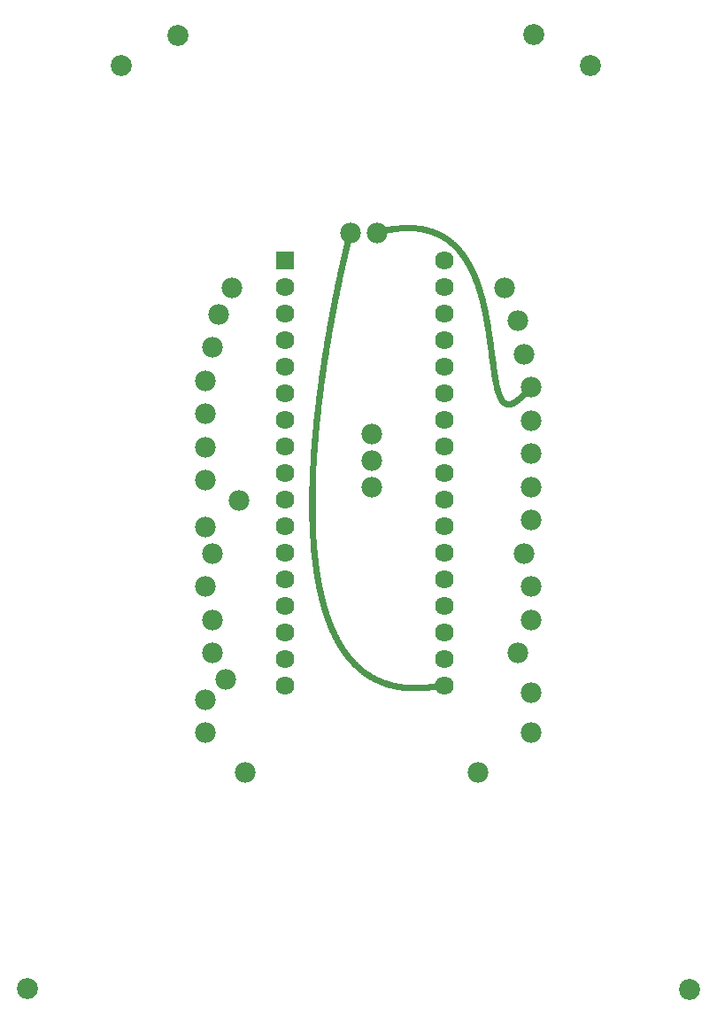
<source format=gbl>
G04 MADE WITH FRITZING*
G04 WWW.FRITZING.ORG*
G04 DOUBLE SIDED*
G04 HOLES PLATED*
G04 CONTOUR ON CENTER OF CONTOUR VECTOR*
%ASAXBY*%
%FSLAX23Y23*%
%MOIN*%
%OFA0B0*%
%SFA1.0B1.0*%
%ADD10C,0.079370*%
%ADD11C,0.078000*%
%ADD12C,0.070555*%
%ADD13C,0.070583*%
%ADD14R,0.070570X0.070542*%
%ADD15R,0.001000X0.001000*%
%LNCOPPER0*%
G90*
G70*
G54D10*
X70Y89D03*
X2563Y88D03*
X423Y3564D03*
X2189Y3563D03*
X1975Y3680D03*
X637Y3676D03*
G54D11*
X1365Y1978D03*
X1365Y2078D03*
X1365Y2178D03*
X1286Y2934D03*
X1386Y2934D03*
G54D12*
X1040Y2831D03*
X1040Y2731D03*
X1040Y2631D03*
X1040Y2531D03*
X1040Y2431D03*
X1040Y2331D03*
X1040Y2231D03*
X1040Y2131D03*
X1040Y2031D03*
G54D13*
X1040Y1931D03*
X1040Y1831D03*
X1040Y1731D03*
G54D12*
X1040Y1631D03*
X1040Y1531D03*
G54D13*
X1040Y1431D03*
X1040Y1331D03*
X1040Y1231D03*
G54D12*
X1640Y2831D03*
X1640Y2731D03*
X1640Y2631D03*
X1640Y2531D03*
X1640Y2431D03*
X1640Y2331D03*
X1640Y2031D03*
G54D13*
X1640Y1931D03*
G54D12*
X1640Y2131D03*
X1640Y2231D03*
G54D13*
X1640Y1831D03*
X1640Y1731D03*
G54D12*
X1640Y1631D03*
X1640Y1531D03*
G54D13*
X1640Y1431D03*
X1640Y1331D03*
X1640Y1231D03*
G54D11*
X740Y2128D03*
X740Y2128D03*
X815Y1253D03*
X815Y1253D03*
X740Y1603D03*
X740Y1603D03*
X740Y1053D03*
X740Y1053D03*
X890Y903D03*
X890Y903D03*
X740Y1828D03*
X740Y1828D03*
X740Y2378D03*
X740Y2378D03*
X740Y1178D03*
X740Y1178D03*
X765Y1353D03*
X765Y1353D03*
X765Y1728D03*
X765Y1728D03*
X740Y2253D03*
X740Y2253D03*
X740Y2003D03*
X740Y2003D03*
X765Y1478D03*
X765Y1478D03*
X840Y2728D03*
X840Y2728D03*
X765Y2503D03*
X765Y2503D03*
X865Y1928D03*
X865Y1928D03*
X1965Y2228D03*
X1965Y2228D03*
X1965Y2353D03*
X1965Y2353D03*
X1965Y1603D03*
X1965Y1603D03*
X1965Y1978D03*
X1965Y1978D03*
X1915Y2603D03*
X1915Y2603D03*
X1865Y2728D03*
X1865Y2728D03*
X1940Y2478D03*
X1940Y2478D03*
X1965Y2103D03*
X1965Y2103D03*
X1965Y1853D03*
X1965Y1853D03*
X1940Y1728D03*
X1940Y1728D03*
X790Y2628D03*
X790Y2628D03*
X1915Y1353D03*
X1915Y1353D03*
X1965Y1478D03*
X1965Y1478D03*
X1765Y903D03*
X1765Y903D03*
X1965Y1203D03*
X1965Y1203D03*
X1965Y1053D03*
X1965Y1053D03*
G54D14*
X1040Y2831D03*
G54D15*
X1485Y2963D02*
X1520Y2963D01*
X1471Y2962D02*
X1534Y2962D01*
X1460Y2961D02*
X1543Y2961D01*
X1452Y2960D02*
X1550Y2960D01*
X1445Y2959D02*
X1557Y2959D01*
X1438Y2958D02*
X1562Y2958D01*
X1432Y2957D02*
X1567Y2957D01*
X1426Y2956D02*
X1571Y2956D01*
X1421Y2955D02*
X1576Y2955D01*
X1416Y2954D02*
X1580Y2954D01*
X1411Y2953D02*
X1583Y2953D01*
X1406Y2952D02*
X1587Y2952D01*
X1402Y2951D02*
X1590Y2951D01*
X1398Y2950D02*
X1593Y2950D01*
X1394Y2949D02*
X1596Y2949D01*
X1390Y2948D02*
X1599Y2948D01*
X1386Y2947D02*
X1601Y2947D01*
X1282Y2946D02*
X1288Y2946D01*
X1382Y2946D02*
X1604Y2946D01*
X1280Y2945D02*
X1290Y2945D01*
X1380Y2945D02*
X1607Y2945D01*
X1278Y2944D02*
X1292Y2944D01*
X1378Y2944D02*
X1609Y2944D01*
X1277Y2943D02*
X1293Y2943D01*
X1377Y2943D02*
X1612Y2943D01*
X1276Y2942D02*
X1294Y2942D01*
X1376Y2942D02*
X1614Y2942D01*
X1275Y2941D02*
X1295Y2941D01*
X1375Y2941D02*
X1616Y2941D01*
X1275Y2940D02*
X1295Y2940D01*
X1375Y2940D02*
X1618Y2940D01*
X1274Y2939D02*
X1296Y2939D01*
X1374Y2939D02*
X1481Y2939D01*
X1524Y2939D02*
X1621Y2939D01*
X1274Y2938D02*
X1296Y2938D01*
X1374Y2938D02*
X1468Y2938D01*
X1535Y2938D02*
X1623Y2938D01*
X1274Y2937D02*
X1296Y2937D01*
X1374Y2937D02*
X1459Y2937D01*
X1544Y2937D02*
X1625Y2937D01*
X1274Y2936D02*
X1296Y2936D01*
X1374Y2936D02*
X1451Y2936D01*
X1550Y2936D02*
X1627Y2936D01*
X1273Y2935D02*
X1296Y2935D01*
X1374Y2935D02*
X1444Y2935D01*
X1556Y2935D02*
X1629Y2935D01*
X1273Y2934D02*
X1296Y2934D01*
X1373Y2934D02*
X1438Y2934D01*
X1561Y2934D02*
X1631Y2934D01*
X1273Y2933D02*
X1296Y2933D01*
X1374Y2933D02*
X1432Y2933D01*
X1565Y2933D02*
X1633Y2933D01*
X1272Y2932D02*
X1296Y2932D01*
X1374Y2932D02*
X1427Y2932D01*
X1570Y2932D02*
X1634Y2932D01*
X1272Y2931D02*
X1296Y2931D01*
X1374Y2931D02*
X1422Y2931D01*
X1574Y2931D02*
X1636Y2931D01*
X1272Y2930D02*
X1296Y2930D01*
X1374Y2930D02*
X1417Y2930D01*
X1577Y2930D02*
X1638Y2930D01*
X1272Y2929D02*
X1295Y2929D01*
X1375Y2929D02*
X1412Y2929D01*
X1581Y2929D02*
X1640Y2929D01*
X1271Y2928D02*
X1295Y2928D01*
X1375Y2928D02*
X1408Y2928D01*
X1584Y2928D02*
X1641Y2928D01*
X1271Y2927D02*
X1295Y2927D01*
X1376Y2927D02*
X1404Y2927D01*
X1587Y2927D02*
X1643Y2927D01*
X1271Y2926D02*
X1295Y2926D01*
X1377Y2926D02*
X1400Y2926D01*
X1590Y2926D02*
X1645Y2926D01*
X1271Y2925D02*
X1294Y2925D01*
X1378Y2925D02*
X1396Y2925D01*
X1593Y2925D02*
X1646Y2925D01*
X1270Y2924D02*
X1294Y2924D01*
X1380Y2924D02*
X1392Y2924D01*
X1596Y2924D02*
X1648Y2924D01*
X1270Y2923D02*
X1294Y2923D01*
X1382Y2923D02*
X1388Y2923D01*
X1598Y2923D02*
X1649Y2923D01*
X1270Y2922D02*
X1294Y2922D01*
X1601Y2922D02*
X1651Y2922D01*
X1270Y2921D02*
X1293Y2921D01*
X1603Y2921D02*
X1652Y2921D01*
X1269Y2920D02*
X1293Y2920D01*
X1606Y2920D02*
X1654Y2920D01*
X1269Y2919D02*
X1293Y2919D01*
X1608Y2919D02*
X1655Y2919D01*
X1269Y2918D02*
X1293Y2918D01*
X1610Y2918D02*
X1657Y2918D01*
X1269Y2917D02*
X1292Y2917D01*
X1612Y2917D02*
X1658Y2917D01*
X1268Y2916D02*
X1292Y2916D01*
X1615Y2916D02*
X1660Y2916D01*
X1268Y2915D02*
X1292Y2915D01*
X1617Y2915D02*
X1661Y2915D01*
X1268Y2914D02*
X1292Y2914D01*
X1619Y2914D02*
X1662Y2914D01*
X1268Y2913D02*
X1291Y2913D01*
X1620Y2913D02*
X1664Y2913D01*
X1267Y2912D02*
X1291Y2912D01*
X1622Y2912D02*
X1665Y2912D01*
X1267Y2911D02*
X1291Y2911D01*
X1624Y2911D02*
X1666Y2911D01*
X1267Y2910D02*
X1291Y2910D01*
X1626Y2910D02*
X1668Y2910D01*
X1267Y2909D02*
X1290Y2909D01*
X1628Y2909D02*
X1669Y2909D01*
X1266Y2908D02*
X1290Y2908D01*
X1630Y2908D02*
X1670Y2908D01*
X1266Y2907D02*
X1290Y2907D01*
X1631Y2907D02*
X1671Y2907D01*
X1266Y2906D02*
X1290Y2906D01*
X1633Y2906D02*
X1673Y2906D01*
X1266Y2905D02*
X1289Y2905D01*
X1634Y2905D02*
X1674Y2905D01*
X1266Y2904D02*
X1289Y2904D01*
X1636Y2904D02*
X1675Y2904D01*
X1265Y2903D02*
X1289Y2903D01*
X1638Y2903D02*
X1676Y2903D01*
X1265Y2902D02*
X1289Y2902D01*
X1639Y2902D02*
X1677Y2902D01*
X1265Y2901D02*
X1288Y2901D01*
X1641Y2901D02*
X1678Y2901D01*
X1265Y2900D02*
X1288Y2900D01*
X1642Y2900D02*
X1680Y2900D01*
X1264Y2899D02*
X1288Y2899D01*
X1644Y2899D02*
X1681Y2899D01*
X1264Y2898D02*
X1288Y2898D01*
X1645Y2898D02*
X1682Y2898D01*
X1264Y2897D02*
X1288Y2897D01*
X1646Y2897D02*
X1683Y2897D01*
X1264Y2896D02*
X1287Y2896D01*
X1648Y2896D02*
X1684Y2896D01*
X1263Y2895D02*
X1287Y2895D01*
X1649Y2895D02*
X1685Y2895D01*
X1263Y2894D02*
X1287Y2894D01*
X1650Y2894D02*
X1686Y2894D01*
X1263Y2893D02*
X1287Y2893D01*
X1652Y2893D02*
X1687Y2893D01*
X1263Y2892D02*
X1286Y2892D01*
X1653Y2892D02*
X1688Y2892D01*
X1262Y2891D02*
X1286Y2891D01*
X1654Y2891D02*
X1689Y2891D01*
X1262Y2890D02*
X1286Y2890D01*
X1655Y2890D02*
X1690Y2890D01*
X1262Y2889D02*
X1286Y2889D01*
X1657Y2889D02*
X1691Y2889D01*
X1262Y2888D02*
X1285Y2888D01*
X1658Y2888D02*
X1692Y2888D01*
X1261Y2887D02*
X1285Y2887D01*
X1659Y2887D02*
X1693Y2887D01*
X1261Y2886D02*
X1285Y2886D01*
X1660Y2886D02*
X1694Y2886D01*
X1261Y2885D02*
X1285Y2885D01*
X1661Y2885D02*
X1695Y2885D01*
X1261Y2884D02*
X1284Y2884D01*
X1663Y2884D02*
X1696Y2884D01*
X1260Y2883D02*
X1284Y2883D01*
X1664Y2883D02*
X1697Y2883D01*
X1260Y2882D02*
X1284Y2882D01*
X1665Y2882D02*
X1698Y2882D01*
X1260Y2881D02*
X1284Y2881D01*
X1666Y2881D02*
X1699Y2881D01*
X1260Y2880D02*
X1283Y2880D01*
X1667Y2880D02*
X1700Y2880D01*
X1260Y2879D02*
X1283Y2879D01*
X1668Y2879D02*
X1701Y2879D01*
X1259Y2878D02*
X1283Y2878D01*
X1669Y2878D02*
X1701Y2878D01*
X1259Y2877D02*
X1283Y2877D01*
X1670Y2877D02*
X1702Y2877D01*
X1259Y2876D02*
X1282Y2876D01*
X1671Y2876D02*
X1703Y2876D01*
X1259Y2875D02*
X1282Y2875D01*
X1672Y2875D02*
X1704Y2875D01*
X1258Y2874D02*
X1282Y2874D01*
X1673Y2874D02*
X1705Y2874D01*
X1258Y2873D02*
X1282Y2873D01*
X1674Y2873D02*
X1706Y2873D01*
X1258Y2872D02*
X1282Y2872D01*
X1675Y2872D02*
X1707Y2872D01*
X1258Y2871D02*
X1281Y2871D01*
X1676Y2871D02*
X1707Y2871D01*
X1257Y2870D02*
X1281Y2870D01*
X1677Y2870D02*
X1708Y2870D01*
X1257Y2869D02*
X1281Y2869D01*
X1678Y2869D02*
X1709Y2869D01*
X1257Y2868D02*
X1281Y2868D01*
X1679Y2868D02*
X1710Y2868D01*
X1257Y2867D02*
X1280Y2867D01*
X1680Y2867D02*
X1711Y2867D01*
X1256Y2866D02*
X1280Y2866D01*
X1681Y2866D02*
X1712Y2866D01*
X1256Y2865D02*
X1280Y2865D01*
X1682Y2865D02*
X1712Y2865D01*
X1256Y2864D02*
X1280Y2864D01*
X1683Y2864D02*
X1713Y2864D01*
X1256Y2863D02*
X1279Y2863D01*
X1684Y2863D02*
X1714Y2863D01*
X1256Y2862D02*
X1279Y2862D01*
X1685Y2862D02*
X1715Y2862D01*
X1255Y2861D02*
X1279Y2861D01*
X1685Y2861D02*
X1715Y2861D01*
X1255Y2860D02*
X1279Y2860D01*
X1686Y2860D02*
X1716Y2860D01*
X1255Y2859D02*
X1278Y2859D01*
X1687Y2859D02*
X1717Y2859D01*
X1255Y2858D02*
X1278Y2858D01*
X1688Y2858D02*
X1718Y2858D01*
X1254Y2857D02*
X1278Y2857D01*
X1689Y2857D02*
X1718Y2857D01*
X1254Y2856D02*
X1278Y2856D01*
X1690Y2856D02*
X1719Y2856D01*
X1254Y2855D02*
X1278Y2855D01*
X1691Y2855D02*
X1720Y2855D01*
X1254Y2854D02*
X1277Y2854D01*
X1691Y2854D02*
X1721Y2854D01*
X1253Y2853D02*
X1277Y2853D01*
X1692Y2853D02*
X1721Y2853D01*
X1253Y2852D02*
X1277Y2852D01*
X1693Y2852D02*
X1722Y2852D01*
X1253Y2851D02*
X1277Y2851D01*
X1694Y2851D02*
X1723Y2851D01*
X1253Y2850D02*
X1276Y2850D01*
X1695Y2850D02*
X1723Y2850D01*
X1253Y2849D02*
X1276Y2849D01*
X1695Y2849D02*
X1724Y2849D01*
X1252Y2848D02*
X1276Y2848D01*
X1696Y2848D02*
X1725Y2848D01*
X1252Y2847D02*
X1276Y2847D01*
X1697Y2847D02*
X1725Y2847D01*
X1252Y2846D02*
X1275Y2846D01*
X1698Y2846D02*
X1726Y2846D01*
X1252Y2845D02*
X1275Y2845D01*
X1698Y2845D02*
X1727Y2845D01*
X1251Y2844D02*
X1275Y2844D01*
X1699Y2844D02*
X1727Y2844D01*
X1251Y2843D02*
X1275Y2843D01*
X1700Y2843D02*
X1728Y2843D01*
X1251Y2842D02*
X1275Y2842D01*
X1701Y2842D02*
X1729Y2842D01*
X1251Y2841D02*
X1274Y2841D01*
X1701Y2841D02*
X1729Y2841D01*
X1250Y2840D02*
X1274Y2840D01*
X1702Y2840D02*
X1730Y2840D01*
X1250Y2839D02*
X1274Y2839D01*
X1703Y2839D02*
X1731Y2839D01*
X1250Y2838D02*
X1274Y2838D01*
X1703Y2838D02*
X1731Y2838D01*
X1250Y2837D02*
X1273Y2837D01*
X1704Y2837D02*
X1732Y2837D01*
X1250Y2836D02*
X1273Y2836D01*
X1705Y2836D02*
X1732Y2836D01*
X1249Y2835D02*
X1273Y2835D01*
X1705Y2835D02*
X1733Y2835D01*
X1249Y2834D02*
X1273Y2834D01*
X1706Y2834D02*
X1734Y2834D01*
X1249Y2833D02*
X1273Y2833D01*
X1707Y2833D02*
X1734Y2833D01*
X1249Y2832D02*
X1272Y2832D01*
X1708Y2832D02*
X1735Y2832D01*
X1248Y2831D02*
X1272Y2831D01*
X1708Y2831D02*
X1736Y2831D01*
X1248Y2830D02*
X1272Y2830D01*
X1709Y2830D02*
X1736Y2830D01*
X1248Y2829D02*
X1272Y2829D01*
X1710Y2829D02*
X1737Y2829D01*
X1248Y2828D02*
X1271Y2828D01*
X1710Y2828D02*
X1737Y2828D01*
X1248Y2827D02*
X1271Y2827D01*
X1711Y2827D02*
X1738Y2827D01*
X1247Y2826D02*
X1271Y2826D01*
X1712Y2826D02*
X1739Y2826D01*
X1247Y2825D02*
X1271Y2825D01*
X1712Y2825D02*
X1739Y2825D01*
X1247Y2824D02*
X1270Y2824D01*
X1713Y2824D02*
X1740Y2824D01*
X1247Y2823D02*
X1270Y2823D01*
X1713Y2823D02*
X1740Y2823D01*
X1246Y2822D02*
X1270Y2822D01*
X1714Y2822D02*
X1741Y2822D01*
X1246Y2821D02*
X1270Y2821D01*
X1715Y2821D02*
X1741Y2821D01*
X1246Y2820D02*
X1270Y2820D01*
X1715Y2820D02*
X1742Y2820D01*
X1246Y2819D02*
X1269Y2819D01*
X1716Y2819D02*
X1742Y2819D01*
X1245Y2818D02*
X1269Y2818D01*
X1716Y2818D02*
X1743Y2818D01*
X1245Y2817D02*
X1269Y2817D01*
X1717Y2817D02*
X1744Y2817D01*
X1245Y2816D02*
X1269Y2816D01*
X1718Y2816D02*
X1744Y2816D01*
X1245Y2815D02*
X1268Y2815D01*
X1718Y2815D02*
X1745Y2815D01*
X1245Y2814D02*
X1268Y2814D01*
X1719Y2814D02*
X1745Y2814D01*
X1244Y2813D02*
X1268Y2813D01*
X1720Y2813D02*
X1746Y2813D01*
X1244Y2812D02*
X1268Y2812D01*
X1720Y2812D02*
X1746Y2812D01*
X1244Y2811D02*
X1268Y2811D01*
X1721Y2811D02*
X1747Y2811D01*
X1244Y2810D02*
X1267Y2810D01*
X1721Y2810D02*
X1747Y2810D01*
X1244Y2809D02*
X1267Y2809D01*
X1722Y2809D02*
X1748Y2809D01*
X1243Y2808D02*
X1267Y2808D01*
X1722Y2808D02*
X1748Y2808D01*
X1243Y2807D02*
X1267Y2807D01*
X1723Y2807D02*
X1749Y2807D01*
X1243Y2806D02*
X1266Y2806D01*
X1723Y2806D02*
X1749Y2806D01*
X1243Y2805D02*
X1266Y2805D01*
X1724Y2805D02*
X1750Y2805D01*
X1242Y2804D02*
X1266Y2804D01*
X1724Y2804D02*
X1750Y2804D01*
X1242Y2803D02*
X1266Y2803D01*
X1725Y2803D02*
X1751Y2803D01*
X1242Y2802D02*
X1266Y2802D01*
X1726Y2802D02*
X1751Y2802D01*
X1242Y2801D02*
X1265Y2801D01*
X1726Y2801D02*
X1752Y2801D01*
X1242Y2800D02*
X1265Y2800D01*
X1727Y2800D02*
X1752Y2800D01*
X1241Y2799D02*
X1265Y2799D01*
X1727Y2799D02*
X1753Y2799D01*
X1241Y2798D02*
X1265Y2798D01*
X1728Y2798D02*
X1753Y2798D01*
X1241Y2797D02*
X1264Y2797D01*
X1728Y2797D02*
X1754Y2797D01*
X1241Y2796D02*
X1264Y2796D01*
X1729Y2796D02*
X1754Y2796D01*
X1240Y2795D02*
X1264Y2795D01*
X1729Y2795D02*
X1755Y2795D01*
X1240Y2794D02*
X1264Y2794D01*
X1730Y2794D02*
X1755Y2794D01*
X1240Y2793D02*
X1264Y2793D01*
X1730Y2793D02*
X1756Y2793D01*
X1240Y2792D02*
X1263Y2792D01*
X1731Y2792D02*
X1756Y2792D01*
X1240Y2791D02*
X1263Y2791D01*
X1731Y2791D02*
X1757Y2791D01*
X1239Y2790D02*
X1263Y2790D01*
X1732Y2790D02*
X1757Y2790D01*
X1239Y2789D02*
X1263Y2789D01*
X1732Y2789D02*
X1758Y2789D01*
X1239Y2788D02*
X1262Y2788D01*
X1733Y2788D02*
X1758Y2788D01*
X1239Y2787D02*
X1262Y2787D01*
X1733Y2787D02*
X1759Y2787D01*
X1239Y2786D02*
X1262Y2786D01*
X1734Y2786D02*
X1759Y2786D01*
X1238Y2785D02*
X1262Y2785D01*
X1734Y2785D02*
X1759Y2785D01*
X1238Y2784D02*
X1262Y2784D01*
X1735Y2784D02*
X1760Y2784D01*
X1238Y2783D02*
X1261Y2783D01*
X1735Y2783D02*
X1760Y2783D01*
X1238Y2782D02*
X1261Y2782D01*
X1736Y2782D02*
X1761Y2782D01*
X1237Y2781D02*
X1261Y2781D01*
X1736Y2781D02*
X1761Y2781D01*
X1237Y2780D02*
X1261Y2780D01*
X1737Y2780D02*
X1762Y2780D01*
X1237Y2779D02*
X1261Y2779D01*
X1737Y2779D02*
X1762Y2779D01*
X1237Y2778D02*
X1260Y2778D01*
X1737Y2778D02*
X1763Y2778D01*
X1237Y2777D02*
X1260Y2777D01*
X1738Y2777D02*
X1763Y2777D01*
X1236Y2776D02*
X1260Y2776D01*
X1738Y2776D02*
X1763Y2776D01*
X1236Y2775D02*
X1260Y2775D01*
X1739Y2775D02*
X1764Y2775D01*
X1236Y2774D02*
X1259Y2774D01*
X1739Y2774D02*
X1764Y2774D01*
X1236Y2773D02*
X1259Y2773D01*
X1740Y2773D02*
X1765Y2773D01*
X1235Y2772D02*
X1259Y2772D01*
X1740Y2772D02*
X1765Y2772D01*
X1235Y2771D02*
X1259Y2771D01*
X1741Y2771D02*
X1765Y2771D01*
X1235Y2770D02*
X1259Y2770D01*
X1741Y2770D02*
X1766Y2770D01*
X1235Y2769D02*
X1258Y2769D01*
X1741Y2769D02*
X1766Y2769D01*
X1235Y2768D02*
X1258Y2768D01*
X1742Y2768D02*
X1767Y2768D01*
X1234Y2767D02*
X1258Y2767D01*
X1742Y2767D02*
X1767Y2767D01*
X1234Y2766D02*
X1258Y2766D01*
X1743Y2766D02*
X1767Y2766D01*
X1234Y2765D02*
X1257Y2765D01*
X1743Y2765D02*
X1768Y2765D01*
X1234Y2764D02*
X1257Y2764D01*
X1744Y2764D02*
X1768Y2764D01*
X1234Y2763D02*
X1257Y2763D01*
X1744Y2763D02*
X1769Y2763D01*
X1233Y2762D02*
X1257Y2762D01*
X1744Y2762D02*
X1769Y2762D01*
X1233Y2761D02*
X1257Y2761D01*
X1745Y2761D02*
X1769Y2761D01*
X1233Y2760D02*
X1256Y2760D01*
X1745Y2760D02*
X1770Y2760D01*
X1233Y2759D02*
X1256Y2759D01*
X1746Y2759D02*
X1770Y2759D01*
X1232Y2758D02*
X1256Y2758D01*
X1746Y2758D02*
X1771Y2758D01*
X1232Y2757D02*
X1256Y2757D01*
X1746Y2757D02*
X1771Y2757D01*
X1232Y2756D02*
X1256Y2756D01*
X1747Y2756D02*
X1771Y2756D01*
X1232Y2755D02*
X1255Y2755D01*
X1747Y2755D02*
X1772Y2755D01*
X1232Y2754D02*
X1255Y2754D01*
X1748Y2754D02*
X1772Y2754D01*
X1231Y2753D02*
X1255Y2753D01*
X1748Y2753D02*
X1772Y2753D01*
X1231Y2752D02*
X1255Y2752D01*
X1748Y2752D02*
X1773Y2752D01*
X1231Y2751D02*
X1255Y2751D01*
X1749Y2751D02*
X1773Y2751D01*
X1231Y2750D02*
X1254Y2750D01*
X1749Y2750D02*
X1774Y2750D01*
X1231Y2749D02*
X1254Y2749D01*
X1750Y2749D02*
X1774Y2749D01*
X1230Y2748D02*
X1254Y2748D01*
X1750Y2748D02*
X1774Y2748D01*
X1230Y2747D02*
X1254Y2747D01*
X1750Y2747D02*
X1775Y2747D01*
X1230Y2746D02*
X1253Y2746D01*
X1751Y2746D02*
X1775Y2746D01*
X1230Y2745D02*
X1253Y2745D01*
X1751Y2745D02*
X1775Y2745D01*
X1230Y2744D02*
X1253Y2744D01*
X1751Y2744D02*
X1776Y2744D01*
X1229Y2743D02*
X1253Y2743D01*
X1752Y2743D02*
X1776Y2743D01*
X1229Y2742D02*
X1253Y2742D01*
X1752Y2742D02*
X1776Y2742D01*
X1229Y2741D02*
X1252Y2741D01*
X1752Y2741D02*
X1777Y2741D01*
X1229Y2740D02*
X1252Y2740D01*
X1753Y2740D02*
X1777Y2740D01*
X1229Y2739D02*
X1252Y2739D01*
X1753Y2739D02*
X1777Y2739D01*
X1228Y2738D02*
X1252Y2738D01*
X1754Y2738D02*
X1778Y2738D01*
X1228Y2737D02*
X1252Y2737D01*
X1754Y2737D02*
X1778Y2737D01*
X1228Y2736D02*
X1251Y2736D01*
X1754Y2736D02*
X1778Y2736D01*
X1228Y2735D02*
X1251Y2735D01*
X1755Y2735D02*
X1779Y2735D01*
X1228Y2734D02*
X1251Y2734D01*
X1755Y2734D02*
X1779Y2734D01*
X1227Y2733D02*
X1251Y2733D01*
X1755Y2733D02*
X1779Y2733D01*
X1227Y2732D02*
X1251Y2732D01*
X1756Y2732D02*
X1780Y2732D01*
X1227Y2731D02*
X1250Y2731D01*
X1756Y2731D02*
X1780Y2731D01*
X1227Y2730D02*
X1250Y2730D01*
X1756Y2730D02*
X1780Y2730D01*
X1226Y2729D02*
X1250Y2729D01*
X1757Y2729D02*
X1781Y2729D01*
X1226Y2728D02*
X1250Y2728D01*
X1757Y2728D02*
X1781Y2728D01*
X1226Y2727D02*
X1250Y2727D01*
X1757Y2727D02*
X1781Y2727D01*
X1226Y2726D02*
X1249Y2726D01*
X1758Y2726D02*
X1782Y2726D01*
X1226Y2725D02*
X1249Y2725D01*
X1758Y2725D02*
X1782Y2725D01*
X1225Y2724D02*
X1249Y2724D01*
X1758Y2724D02*
X1782Y2724D01*
X1225Y2723D02*
X1249Y2723D01*
X1759Y2723D02*
X1783Y2723D01*
X1225Y2722D02*
X1249Y2722D01*
X1759Y2722D02*
X1783Y2722D01*
X1225Y2721D02*
X1248Y2721D01*
X1759Y2721D02*
X1783Y2721D01*
X1225Y2720D02*
X1248Y2720D01*
X1760Y2720D02*
X1784Y2720D01*
X1224Y2719D02*
X1248Y2719D01*
X1760Y2719D02*
X1784Y2719D01*
X1224Y2718D02*
X1248Y2718D01*
X1760Y2718D02*
X1784Y2718D01*
X1224Y2717D02*
X1247Y2717D01*
X1761Y2717D02*
X1785Y2717D01*
X1224Y2716D02*
X1247Y2716D01*
X1761Y2716D02*
X1785Y2716D01*
X1224Y2715D02*
X1247Y2715D01*
X1761Y2715D02*
X1785Y2715D01*
X1223Y2714D02*
X1247Y2714D01*
X1762Y2714D02*
X1785Y2714D01*
X1223Y2713D02*
X1247Y2713D01*
X1762Y2713D02*
X1786Y2713D01*
X1223Y2712D02*
X1246Y2712D01*
X1762Y2712D02*
X1786Y2712D01*
X1223Y2711D02*
X1246Y2711D01*
X1762Y2711D02*
X1786Y2711D01*
X1223Y2710D02*
X1246Y2710D01*
X1763Y2710D02*
X1787Y2710D01*
X1222Y2709D02*
X1246Y2709D01*
X1763Y2709D02*
X1787Y2709D01*
X1222Y2708D02*
X1246Y2708D01*
X1763Y2708D02*
X1787Y2708D01*
X1222Y2707D02*
X1245Y2707D01*
X1764Y2707D02*
X1787Y2707D01*
X1222Y2706D02*
X1245Y2706D01*
X1764Y2706D02*
X1788Y2706D01*
X1222Y2705D02*
X1245Y2705D01*
X1764Y2705D02*
X1788Y2705D01*
X1221Y2704D02*
X1245Y2704D01*
X1765Y2704D02*
X1788Y2704D01*
X1221Y2703D02*
X1245Y2703D01*
X1765Y2703D02*
X1789Y2703D01*
X1221Y2702D02*
X1244Y2702D01*
X1765Y2702D02*
X1789Y2702D01*
X1221Y2701D02*
X1244Y2701D01*
X1765Y2701D02*
X1789Y2701D01*
X1221Y2700D02*
X1244Y2700D01*
X1766Y2700D02*
X1790Y2700D01*
X1220Y2699D02*
X1244Y2699D01*
X1766Y2699D02*
X1790Y2699D01*
X1220Y2698D02*
X1244Y2698D01*
X1766Y2698D02*
X1790Y2698D01*
X1220Y2697D02*
X1243Y2697D01*
X1767Y2697D02*
X1790Y2697D01*
X1220Y2696D02*
X1243Y2696D01*
X1767Y2696D02*
X1791Y2696D01*
X1220Y2695D02*
X1243Y2695D01*
X1767Y2695D02*
X1791Y2695D01*
X1219Y2694D02*
X1243Y2694D01*
X1767Y2694D02*
X1791Y2694D01*
X1219Y2693D02*
X1243Y2693D01*
X1768Y2693D02*
X1791Y2693D01*
X1219Y2692D02*
X1242Y2692D01*
X1768Y2692D02*
X1792Y2692D01*
X1219Y2691D02*
X1242Y2691D01*
X1768Y2691D02*
X1792Y2691D01*
X1219Y2690D02*
X1242Y2690D01*
X1769Y2690D02*
X1792Y2690D01*
X1218Y2689D02*
X1242Y2689D01*
X1769Y2689D02*
X1792Y2689D01*
X1218Y2688D02*
X1242Y2688D01*
X1769Y2688D02*
X1793Y2688D01*
X1218Y2687D02*
X1241Y2687D01*
X1769Y2687D02*
X1793Y2687D01*
X1218Y2686D02*
X1241Y2686D01*
X1770Y2686D02*
X1793Y2686D01*
X1218Y2685D02*
X1241Y2685D01*
X1770Y2685D02*
X1794Y2685D01*
X1217Y2684D02*
X1241Y2684D01*
X1770Y2684D02*
X1794Y2684D01*
X1217Y2683D02*
X1241Y2683D01*
X1770Y2683D02*
X1794Y2683D01*
X1217Y2682D02*
X1240Y2682D01*
X1771Y2682D02*
X1794Y2682D01*
X1217Y2681D02*
X1240Y2681D01*
X1771Y2681D02*
X1795Y2681D01*
X1217Y2680D02*
X1240Y2680D01*
X1771Y2680D02*
X1795Y2680D01*
X1216Y2679D02*
X1240Y2679D01*
X1771Y2679D02*
X1795Y2679D01*
X1216Y2678D02*
X1240Y2678D01*
X1772Y2678D02*
X1795Y2678D01*
X1216Y2677D02*
X1239Y2677D01*
X1772Y2677D02*
X1796Y2677D01*
X1216Y2676D02*
X1239Y2676D01*
X1772Y2676D02*
X1796Y2676D01*
X1216Y2675D02*
X1239Y2675D01*
X1772Y2675D02*
X1796Y2675D01*
X1215Y2674D02*
X1239Y2674D01*
X1773Y2674D02*
X1796Y2674D01*
X1215Y2673D02*
X1239Y2673D01*
X1773Y2673D02*
X1797Y2673D01*
X1215Y2672D02*
X1239Y2672D01*
X1773Y2672D02*
X1797Y2672D01*
X1215Y2671D02*
X1238Y2671D01*
X1773Y2671D02*
X1797Y2671D01*
X1215Y2670D02*
X1238Y2670D01*
X1774Y2670D02*
X1797Y2670D01*
X1214Y2669D02*
X1238Y2669D01*
X1774Y2669D02*
X1798Y2669D01*
X1214Y2668D02*
X1238Y2668D01*
X1774Y2668D02*
X1798Y2668D01*
X1214Y2667D02*
X1238Y2667D01*
X1774Y2667D02*
X1798Y2667D01*
X1214Y2666D02*
X1237Y2666D01*
X1775Y2666D02*
X1798Y2666D01*
X1214Y2665D02*
X1237Y2665D01*
X1775Y2665D02*
X1798Y2665D01*
X1214Y2664D02*
X1237Y2664D01*
X1775Y2664D02*
X1799Y2664D01*
X1213Y2663D02*
X1237Y2663D01*
X1775Y2663D02*
X1799Y2663D01*
X1213Y2662D02*
X1237Y2662D01*
X1776Y2662D02*
X1799Y2662D01*
X1213Y2661D02*
X1236Y2661D01*
X1776Y2661D02*
X1799Y2661D01*
X1213Y2660D02*
X1236Y2660D01*
X1776Y2660D02*
X1800Y2660D01*
X1213Y2659D02*
X1236Y2659D01*
X1776Y2659D02*
X1800Y2659D01*
X1212Y2658D02*
X1236Y2658D01*
X1777Y2658D02*
X1800Y2658D01*
X1212Y2657D02*
X1236Y2657D01*
X1777Y2657D02*
X1800Y2657D01*
X1212Y2656D02*
X1235Y2656D01*
X1777Y2656D02*
X1801Y2656D01*
X1212Y2655D02*
X1235Y2655D01*
X1777Y2655D02*
X1801Y2655D01*
X1212Y2654D02*
X1235Y2654D01*
X1778Y2654D02*
X1801Y2654D01*
X1211Y2653D02*
X1235Y2653D01*
X1778Y2653D02*
X1801Y2653D01*
X1211Y2652D02*
X1235Y2652D01*
X1778Y2652D02*
X1801Y2652D01*
X1211Y2651D02*
X1234Y2651D01*
X1778Y2651D02*
X1802Y2651D01*
X1211Y2650D02*
X1234Y2650D01*
X1778Y2650D02*
X1802Y2650D01*
X1211Y2649D02*
X1234Y2649D01*
X1779Y2649D02*
X1802Y2649D01*
X1210Y2648D02*
X1234Y2648D01*
X1779Y2648D02*
X1802Y2648D01*
X1210Y2647D02*
X1234Y2647D01*
X1779Y2647D02*
X1803Y2647D01*
X1210Y2646D02*
X1233Y2646D01*
X1779Y2646D02*
X1803Y2646D01*
X1210Y2645D02*
X1233Y2645D01*
X1779Y2645D02*
X1803Y2645D01*
X1210Y2644D02*
X1233Y2644D01*
X1780Y2644D02*
X1803Y2644D01*
X1209Y2643D02*
X1233Y2643D01*
X1780Y2643D02*
X1803Y2643D01*
X1209Y2642D02*
X1233Y2642D01*
X1780Y2642D02*
X1804Y2642D01*
X1209Y2641D02*
X1232Y2641D01*
X1780Y2641D02*
X1804Y2641D01*
X1209Y2640D02*
X1232Y2640D01*
X1781Y2640D02*
X1804Y2640D01*
X1209Y2639D02*
X1232Y2639D01*
X1781Y2639D02*
X1804Y2639D01*
X1209Y2638D02*
X1232Y2638D01*
X1781Y2638D02*
X1804Y2638D01*
X1208Y2637D02*
X1232Y2637D01*
X1781Y2637D02*
X1805Y2637D01*
X1208Y2636D02*
X1232Y2636D01*
X1781Y2636D02*
X1805Y2636D01*
X1208Y2635D02*
X1231Y2635D01*
X1782Y2635D02*
X1805Y2635D01*
X1208Y2634D02*
X1231Y2634D01*
X1782Y2634D02*
X1805Y2634D01*
X1208Y2633D02*
X1231Y2633D01*
X1782Y2633D02*
X1805Y2633D01*
X1207Y2632D02*
X1231Y2632D01*
X1782Y2632D02*
X1806Y2632D01*
X1207Y2631D02*
X1231Y2631D01*
X1782Y2631D02*
X1806Y2631D01*
X1207Y2630D02*
X1230Y2630D01*
X1783Y2630D02*
X1806Y2630D01*
X1207Y2629D02*
X1230Y2629D01*
X1783Y2629D02*
X1806Y2629D01*
X1207Y2628D02*
X1230Y2628D01*
X1783Y2628D02*
X1806Y2628D01*
X1206Y2627D02*
X1230Y2627D01*
X1783Y2627D02*
X1807Y2627D01*
X1206Y2626D02*
X1230Y2626D01*
X1783Y2626D02*
X1807Y2626D01*
X1206Y2625D02*
X1229Y2625D01*
X1784Y2625D02*
X1807Y2625D01*
X1206Y2624D02*
X1229Y2624D01*
X1784Y2624D02*
X1807Y2624D01*
X1206Y2623D02*
X1229Y2623D01*
X1784Y2623D02*
X1807Y2623D01*
X1206Y2622D02*
X1229Y2622D01*
X1784Y2622D02*
X1808Y2622D01*
X1205Y2621D02*
X1229Y2621D01*
X1784Y2621D02*
X1808Y2621D01*
X1205Y2620D02*
X1229Y2620D01*
X1785Y2620D02*
X1808Y2620D01*
X1205Y2619D02*
X1228Y2619D01*
X1785Y2619D02*
X1808Y2619D01*
X1205Y2618D02*
X1228Y2618D01*
X1785Y2618D02*
X1808Y2618D01*
X1205Y2617D02*
X1228Y2617D01*
X1785Y2617D02*
X1809Y2617D01*
X1204Y2616D02*
X1228Y2616D01*
X1785Y2616D02*
X1809Y2616D01*
X1204Y2615D02*
X1228Y2615D01*
X1786Y2615D02*
X1809Y2615D01*
X1204Y2614D02*
X1227Y2614D01*
X1786Y2614D02*
X1809Y2614D01*
X1204Y2613D02*
X1227Y2613D01*
X1786Y2613D02*
X1809Y2613D01*
X1204Y2612D02*
X1227Y2612D01*
X1786Y2612D02*
X1810Y2612D01*
X1204Y2611D02*
X1227Y2611D01*
X1786Y2611D02*
X1810Y2611D01*
X1203Y2610D02*
X1227Y2610D01*
X1787Y2610D02*
X1810Y2610D01*
X1203Y2609D02*
X1227Y2609D01*
X1787Y2609D02*
X1810Y2609D01*
X1203Y2608D02*
X1226Y2608D01*
X1787Y2608D02*
X1810Y2608D01*
X1203Y2607D02*
X1226Y2607D01*
X1787Y2607D02*
X1810Y2607D01*
X1203Y2606D02*
X1226Y2606D01*
X1787Y2606D02*
X1811Y2606D01*
X1202Y2605D02*
X1226Y2605D01*
X1787Y2605D02*
X1811Y2605D01*
X1202Y2604D02*
X1226Y2604D01*
X1788Y2604D02*
X1811Y2604D01*
X1202Y2603D02*
X1225Y2603D01*
X1788Y2603D02*
X1811Y2603D01*
X1202Y2602D02*
X1225Y2602D01*
X1788Y2602D02*
X1811Y2602D01*
X1202Y2601D02*
X1225Y2601D01*
X1788Y2601D02*
X1812Y2601D01*
X1202Y2600D02*
X1225Y2600D01*
X1788Y2600D02*
X1812Y2600D01*
X1201Y2599D02*
X1225Y2599D01*
X1789Y2599D02*
X1812Y2599D01*
X1201Y2598D02*
X1225Y2598D01*
X1789Y2598D02*
X1812Y2598D01*
X1201Y2597D02*
X1224Y2597D01*
X1789Y2597D02*
X1812Y2597D01*
X1201Y2596D02*
X1224Y2596D01*
X1789Y2596D02*
X1812Y2596D01*
X1201Y2595D02*
X1224Y2595D01*
X1789Y2595D02*
X1813Y2595D01*
X1200Y2594D02*
X1224Y2594D01*
X1789Y2594D02*
X1813Y2594D01*
X1200Y2593D02*
X1224Y2593D01*
X1790Y2593D02*
X1813Y2593D01*
X1200Y2592D02*
X1223Y2592D01*
X1790Y2592D02*
X1813Y2592D01*
X1200Y2591D02*
X1223Y2591D01*
X1790Y2591D02*
X1813Y2591D01*
X1200Y2590D02*
X1223Y2590D01*
X1790Y2590D02*
X1813Y2590D01*
X1199Y2589D02*
X1223Y2589D01*
X1790Y2589D02*
X1814Y2589D01*
X1199Y2588D02*
X1223Y2588D01*
X1790Y2588D02*
X1814Y2588D01*
X1199Y2587D02*
X1223Y2587D01*
X1791Y2587D02*
X1814Y2587D01*
X1199Y2586D02*
X1222Y2586D01*
X1791Y2586D02*
X1814Y2586D01*
X1199Y2585D02*
X1222Y2585D01*
X1791Y2585D02*
X1814Y2585D01*
X1199Y2584D02*
X1222Y2584D01*
X1791Y2584D02*
X1814Y2584D01*
X1198Y2583D02*
X1222Y2583D01*
X1791Y2583D02*
X1815Y2583D01*
X1198Y2582D02*
X1222Y2582D01*
X1791Y2582D02*
X1815Y2582D01*
X1198Y2581D02*
X1221Y2581D01*
X1792Y2581D02*
X1815Y2581D01*
X1198Y2580D02*
X1221Y2580D01*
X1792Y2580D02*
X1815Y2580D01*
X1198Y2579D02*
X1221Y2579D01*
X1792Y2579D02*
X1815Y2579D01*
X1197Y2578D02*
X1221Y2578D01*
X1792Y2578D02*
X1815Y2578D01*
X1197Y2577D02*
X1221Y2577D01*
X1792Y2577D02*
X1816Y2577D01*
X1197Y2576D02*
X1220Y2576D01*
X1792Y2576D02*
X1816Y2576D01*
X1197Y2575D02*
X1220Y2575D01*
X1793Y2575D02*
X1816Y2575D01*
X1197Y2574D02*
X1220Y2574D01*
X1793Y2574D02*
X1816Y2574D01*
X1197Y2573D02*
X1220Y2573D01*
X1793Y2573D02*
X1816Y2573D01*
X1196Y2572D02*
X1220Y2572D01*
X1793Y2572D02*
X1816Y2572D01*
X1196Y2571D02*
X1220Y2571D01*
X1793Y2571D02*
X1817Y2571D01*
X1196Y2570D02*
X1219Y2570D01*
X1793Y2570D02*
X1817Y2570D01*
X1196Y2569D02*
X1219Y2569D01*
X1794Y2569D02*
X1817Y2569D01*
X1196Y2568D02*
X1219Y2568D01*
X1794Y2568D02*
X1817Y2568D01*
X1196Y2567D02*
X1219Y2567D01*
X1794Y2567D02*
X1817Y2567D01*
X1195Y2566D02*
X1219Y2566D01*
X1794Y2566D02*
X1817Y2566D01*
X1195Y2565D02*
X1219Y2565D01*
X1794Y2565D02*
X1817Y2565D01*
X1195Y2564D02*
X1218Y2564D01*
X1794Y2564D02*
X1818Y2564D01*
X1195Y2563D02*
X1218Y2563D01*
X1794Y2563D02*
X1818Y2563D01*
X1195Y2562D02*
X1218Y2562D01*
X1795Y2562D02*
X1818Y2562D01*
X1195Y2561D02*
X1218Y2561D01*
X1795Y2561D02*
X1818Y2561D01*
X1194Y2560D02*
X1218Y2560D01*
X1795Y2560D02*
X1818Y2560D01*
X1194Y2559D02*
X1218Y2559D01*
X1795Y2559D02*
X1818Y2559D01*
X1194Y2558D02*
X1217Y2558D01*
X1795Y2558D02*
X1819Y2558D01*
X1194Y2557D02*
X1217Y2557D01*
X1795Y2557D02*
X1819Y2557D01*
X1194Y2556D02*
X1217Y2556D01*
X1796Y2556D02*
X1819Y2556D01*
X1193Y2555D02*
X1217Y2555D01*
X1796Y2555D02*
X1819Y2555D01*
X1193Y2554D02*
X1217Y2554D01*
X1796Y2554D02*
X1819Y2554D01*
X1193Y2553D02*
X1216Y2553D01*
X1796Y2553D02*
X1819Y2553D01*
X1193Y2552D02*
X1216Y2552D01*
X1796Y2552D02*
X1819Y2552D01*
X1193Y2551D02*
X1216Y2551D01*
X1796Y2551D02*
X1820Y2551D01*
X1193Y2550D02*
X1216Y2550D01*
X1796Y2550D02*
X1820Y2550D01*
X1192Y2549D02*
X1216Y2549D01*
X1797Y2549D02*
X1820Y2549D01*
X1192Y2548D02*
X1216Y2548D01*
X1797Y2548D02*
X1820Y2548D01*
X1192Y2547D02*
X1215Y2547D01*
X1797Y2547D02*
X1820Y2547D01*
X1192Y2546D02*
X1215Y2546D01*
X1797Y2546D02*
X1820Y2546D01*
X1192Y2545D02*
X1215Y2545D01*
X1797Y2545D02*
X1820Y2545D01*
X1192Y2544D02*
X1215Y2544D01*
X1797Y2544D02*
X1821Y2544D01*
X1191Y2543D02*
X1215Y2543D01*
X1798Y2543D02*
X1821Y2543D01*
X1191Y2542D02*
X1215Y2542D01*
X1798Y2542D02*
X1821Y2542D01*
X1191Y2541D02*
X1214Y2541D01*
X1798Y2541D02*
X1821Y2541D01*
X1191Y2540D02*
X1214Y2540D01*
X1798Y2540D02*
X1821Y2540D01*
X1191Y2539D02*
X1214Y2539D01*
X1798Y2539D02*
X1821Y2539D01*
X1191Y2538D02*
X1214Y2538D01*
X1798Y2538D02*
X1822Y2538D01*
X1190Y2537D02*
X1214Y2537D01*
X1798Y2537D02*
X1822Y2537D01*
X1190Y2536D02*
X1214Y2536D01*
X1799Y2536D02*
X1822Y2536D01*
X1190Y2535D02*
X1213Y2535D01*
X1799Y2535D02*
X1822Y2535D01*
X1190Y2534D02*
X1213Y2534D01*
X1799Y2534D02*
X1822Y2534D01*
X1190Y2533D02*
X1213Y2533D01*
X1799Y2533D02*
X1822Y2533D01*
X1190Y2532D02*
X1213Y2532D01*
X1799Y2532D02*
X1822Y2532D01*
X1189Y2531D02*
X1213Y2531D01*
X1799Y2531D02*
X1822Y2531D01*
X1189Y2530D02*
X1213Y2530D01*
X1799Y2530D02*
X1823Y2530D01*
X1189Y2529D02*
X1212Y2529D01*
X1800Y2529D02*
X1823Y2529D01*
X1189Y2528D02*
X1212Y2528D01*
X1800Y2528D02*
X1823Y2528D01*
X1189Y2527D02*
X1212Y2527D01*
X1800Y2527D02*
X1823Y2527D01*
X1189Y2526D02*
X1212Y2526D01*
X1800Y2526D02*
X1823Y2526D01*
X1188Y2525D02*
X1212Y2525D01*
X1800Y2525D02*
X1823Y2525D01*
X1188Y2524D02*
X1212Y2524D01*
X1800Y2524D02*
X1823Y2524D01*
X1188Y2523D02*
X1211Y2523D01*
X1800Y2523D02*
X1824Y2523D01*
X1188Y2522D02*
X1211Y2522D01*
X1800Y2522D02*
X1824Y2522D01*
X1188Y2521D02*
X1211Y2521D01*
X1801Y2521D02*
X1824Y2521D01*
X1188Y2520D02*
X1211Y2520D01*
X1801Y2520D02*
X1824Y2520D01*
X1187Y2519D02*
X1211Y2519D01*
X1801Y2519D02*
X1824Y2519D01*
X1187Y2518D02*
X1211Y2518D01*
X1801Y2518D02*
X1824Y2518D01*
X1187Y2517D02*
X1210Y2517D01*
X1801Y2517D02*
X1824Y2517D01*
X1187Y2516D02*
X1210Y2516D01*
X1801Y2516D02*
X1825Y2516D01*
X1187Y2515D02*
X1210Y2515D01*
X1801Y2515D02*
X1825Y2515D01*
X1187Y2514D02*
X1210Y2514D01*
X1802Y2514D02*
X1825Y2514D01*
X1186Y2513D02*
X1210Y2513D01*
X1802Y2513D02*
X1825Y2513D01*
X1186Y2512D02*
X1210Y2512D01*
X1802Y2512D02*
X1825Y2512D01*
X1186Y2511D02*
X1209Y2511D01*
X1802Y2511D02*
X1825Y2511D01*
X1186Y2510D02*
X1209Y2510D01*
X1802Y2510D02*
X1825Y2510D01*
X1186Y2509D02*
X1209Y2509D01*
X1802Y2509D02*
X1825Y2509D01*
X1186Y2508D02*
X1209Y2508D01*
X1802Y2508D02*
X1826Y2508D01*
X1185Y2507D02*
X1209Y2507D01*
X1803Y2507D02*
X1826Y2507D01*
X1185Y2506D02*
X1209Y2506D01*
X1803Y2506D02*
X1826Y2506D01*
X1185Y2505D02*
X1208Y2505D01*
X1803Y2505D02*
X1826Y2505D01*
X1185Y2504D02*
X1208Y2504D01*
X1803Y2504D02*
X1826Y2504D01*
X1185Y2503D02*
X1208Y2503D01*
X1803Y2503D02*
X1826Y2503D01*
X1185Y2502D02*
X1208Y2502D01*
X1803Y2502D02*
X1826Y2502D01*
X1184Y2501D02*
X1208Y2501D01*
X1803Y2501D02*
X1827Y2501D01*
X1184Y2500D02*
X1208Y2500D01*
X1803Y2500D02*
X1827Y2500D01*
X1184Y2499D02*
X1207Y2499D01*
X1804Y2499D02*
X1827Y2499D01*
X1184Y2498D02*
X1207Y2498D01*
X1804Y2498D02*
X1827Y2498D01*
X1184Y2497D02*
X1207Y2497D01*
X1804Y2497D02*
X1827Y2497D01*
X1184Y2496D02*
X1207Y2496D01*
X1804Y2496D02*
X1827Y2496D01*
X1183Y2495D02*
X1207Y2495D01*
X1804Y2495D02*
X1827Y2495D01*
X1183Y2494D02*
X1207Y2494D01*
X1804Y2494D02*
X1827Y2494D01*
X1183Y2493D02*
X1206Y2493D01*
X1804Y2493D02*
X1828Y2493D01*
X1183Y2492D02*
X1206Y2492D01*
X1805Y2492D02*
X1828Y2492D01*
X1183Y2491D02*
X1206Y2491D01*
X1805Y2491D02*
X1828Y2491D01*
X1183Y2490D02*
X1206Y2490D01*
X1805Y2490D02*
X1828Y2490D01*
X1182Y2489D02*
X1206Y2489D01*
X1805Y2489D02*
X1828Y2489D01*
X1182Y2488D02*
X1206Y2488D01*
X1805Y2488D02*
X1828Y2488D01*
X1182Y2487D02*
X1205Y2487D01*
X1805Y2487D02*
X1828Y2487D01*
X1182Y2486D02*
X1205Y2486D01*
X1805Y2486D02*
X1829Y2486D01*
X1182Y2485D02*
X1205Y2485D01*
X1805Y2485D02*
X1829Y2485D01*
X1182Y2484D02*
X1205Y2484D01*
X1806Y2484D02*
X1829Y2484D01*
X1182Y2483D02*
X1205Y2483D01*
X1806Y2483D02*
X1829Y2483D01*
X1181Y2482D02*
X1205Y2482D01*
X1806Y2482D02*
X1829Y2482D01*
X1181Y2481D02*
X1204Y2481D01*
X1806Y2481D02*
X1829Y2481D01*
X1181Y2480D02*
X1204Y2480D01*
X1806Y2480D02*
X1829Y2480D01*
X1181Y2479D02*
X1204Y2479D01*
X1806Y2479D02*
X1829Y2479D01*
X1181Y2478D02*
X1204Y2478D01*
X1806Y2478D02*
X1830Y2478D01*
X1181Y2477D02*
X1204Y2477D01*
X1807Y2477D02*
X1830Y2477D01*
X1180Y2476D02*
X1204Y2476D01*
X1807Y2476D02*
X1830Y2476D01*
X1180Y2475D02*
X1204Y2475D01*
X1807Y2475D02*
X1830Y2475D01*
X1180Y2474D02*
X1203Y2474D01*
X1807Y2474D02*
X1830Y2474D01*
X1180Y2473D02*
X1203Y2473D01*
X1807Y2473D02*
X1830Y2473D01*
X1180Y2472D02*
X1203Y2472D01*
X1807Y2472D02*
X1830Y2472D01*
X1180Y2471D02*
X1203Y2471D01*
X1807Y2471D02*
X1831Y2471D01*
X1179Y2470D02*
X1203Y2470D01*
X1807Y2470D02*
X1831Y2470D01*
X1179Y2469D02*
X1203Y2469D01*
X1808Y2469D02*
X1831Y2469D01*
X1179Y2468D02*
X1202Y2468D01*
X1808Y2468D02*
X1831Y2468D01*
X1179Y2467D02*
X1202Y2467D01*
X1808Y2467D02*
X1831Y2467D01*
X1179Y2466D02*
X1202Y2466D01*
X1808Y2466D02*
X1831Y2466D01*
X1179Y2465D02*
X1202Y2465D01*
X1808Y2465D02*
X1831Y2465D01*
X1178Y2464D02*
X1202Y2464D01*
X1808Y2464D02*
X1831Y2464D01*
X1178Y2463D02*
X1202Y2463D01*
X1808Y2463D02*
X1832Y2463D01*
X1178Y2462D02*
X1201Y2462D01*
X1808Y2462D02*
X1832Y2462D01*
X1178Y2461D02*
X1201Y2461D01*
X1809Y2461D02*
X1832Y2461D01*
X1178Y2460D02*
X1201Y2460D01*
X1809Y2460D02*
X1832Y2460D01*
X1178Y2459D02*
X1201Y2459D01*
X1809Y2459D02*
X1832Y2459D01*
X1178Y2458D02*
X1201Y2458D01*
X1809Y2458D02*
X1832Y2458D01*
X1177Y2457D02*
X1201Y2457D01*
X1809Y2457D02*
X1832Y2457D01*
X1177Y2456D02*
X1201Y2456D01*
X1809Y2456D02*
X1832Y2456D01*
X1177Y2455D02*
X1200Y2455D01*
X1809Y2455D02*
X1833Y2455D01*
X1177Y2454D02*
X1200Y2454D01*
X1810Y2454D02*
X1833Y2454D01*
X1177Y2453D02*
X1200Y2453D01*
X1810Y2453D02*
X1833Y2453D01*
X1177Y2452D02*
X1200Y2452D01*
X1810Y2452D02*
X1833Y2452D01*
X1177Y2451D02*
X1200Y2451D01*
X1810Y2451D02*
X1833Y2451D01*
X1176Y2450D02*
X1200Y2450D01*
X1810Y2450D02*
X1833Y2450D01*
X1176Y2449D02*
X1199Y2449D01*
X1810Y2449D02*
X1833Y2449D01*
X1176Y2448D02*
X1199Y2448D01*
X1810Y2448D02*
X1834Y2448D01*
X1176Y2447D02*
X1199Y2447D01*
X1810Y2447D02*
X1834Y2447D01*
X1176Y2446D02*
X1199Y2446D01*
X1811Y2446D02*
X1834Y2446D01*
X1176Y2445D02*
X1199Y2445D01*
X1811Y2445D02*
X1834Y2445D01*
X1175Y2444D02*
X1199Y2444D01*
X1811Y2444D02*
X1834Y2444D01*
X1175Y2443D02*
X1199Y2443D01*
X1811Y2443D02*
X1834Y2443D01*
X1175Y2442D02*
X1198Y2442D01*
X1811Y2442D02*
X1834Y2442D01*
X1175Y2441D02*
X1198Y2441D01*
X1811Y2441D02*
X1834Y2441D01*
X1175Y2440D02*
X1198Y2440D01*
X1811Y2440D02*
X1835Y2440D01*
X1175Y2439D02*
X1198Y2439D01*
X1811Y2439D02*
X1835Y2439D01*
X1175Y2438D02*
X1198Y2438D01*
X1812Y2438D02*
X1835Y2438D01*
X1174Y2437D02*
X1198Y2437D01*
X1812Y2437D02*
X1835Y2437D01*
X1174Y2436D02*
X1197Y2436D01*
X1812Y2436D02*
X1835Y2436D01*
X1174Y2435D02*
X1197Y2435D01*
X1812Y2435D02*
X1835Y2435D01*
X1174Y2434D02*
X1197Y2434D01*
X1812Y2434D02*
X1835Y2434D01*
X1174Y2433D02*
X1197Y2433D01*
X1812Y2433D02*
X1836Y2433D01*
X1174Y2432D02*
X1197Y2432D01*
X1812Y2432D02*
X1836Y2432D01*
X1173Y2431D02*
X1197Y2431D01*
X1813Y2431D02*
X1836Y2431D01*
X1173Y2430D02*
X1197Y2430D01*
X1813Y2430D02*
X1836Y2430D01*
X1173Y2429D02*
X1196Y2429D01*
X1813Y2429D02*
X1836Y2429D01*
X1173Y2428D02*
X1196Y2428D01*
X1813Y2428D02*
X1836Y2428D01*
X1173Y2427D02*
X1196Y2427D01*
X1813Y2427D02*
X1836Y2427D01*
X1173Y2426D02*
X1196Y2426D01*
X1813Y2426D02*
X1837Y2426D01*
X1173Y2425D02*
X1196Y2425D01*
X1813Y2425D02*
X1837Y2425D01*
X1172Y2424D02*
X1196Y2424D01*
X1814Y2424D02*
X1837Y2424D01*
X1172Y2423D02*
X1196Y2423D01*
X1814Y2423D02*
X1837Y2423D01*
X1172Y2422D02*
X1195Y2422D01*
X1814Y2422D02*
X1837Y2422D01*
X1172Y2421D02*
X1195Y2421D01*
X1814Y2421D02*
X1837Y2421D01*
X1172Y2420D02*
X1195Y2420D01*
X1814Y2420D02*
X1837Y2420D01*
X1172Y2419D02*
X1195Y2419D01*
X1814Y2419D02*
X1838Y2419D01*
X1172Y2418D02*
X1195Y2418D01*
X1814Y2418D02*
X1838Y2418D01*
X1171Y2417D02*
X1195Y2417D01*
X1815Y2417D02*
X1838Y2417D01*
X1171Y2416D02*
X1195Y2416D01*
X1815Y2416D02*
X1838Y2416D01*
X1171Y2415D02*
X1194Y2415D01*
X1815Y2415D02*
X1838Y2415D01*
X1171Y2414D02*
X1194Y2414D01*
X1815Y2414D02*
X1838Y2414D01*
X1171Y2413D02*
X1194Y2413D01*
X1815Y2413D02*
X1838Y2413D01*
X1171Y2412D02*
X1194Y2412D01*
X1815Y2412D02*
X1839Y2412D01*
X1171Y2411D02*
X1194Y2411D01*
X1815Y2411D02*
X1839Y2411D01*
X1170Y2410D02*
X1194Y2410D01*
X1816Y2410D02*
X1839Y2410D01*
X1170Y2409D02*
X1194Y2409D01*
X1816Y2409D02*
X1839Y2409D01*
X1170Y2408D02*
X1193Y2408D01*
X1816Y2408D02*
X1839Y2408D01*
X1170Y2407D02*
X1193Y2407D01*
X1816Y2407D02*
X1839Y2407D01*
X1170Y2406D02*
X1193Y2406D01*
X1816Y2406D02*
X1839Y2406D01*
X1170Y2405D02*
X1193Y2405D01*
X1816Y2405D02*
X1840Y2405D01*
X1170Y2404D02*
X1193Y2404D01*
X1816Y2404D02*
X1840Y2404D01*
X1169Y2403D02*
X1193Y2403D01*
X1817Y2403D02*
X1840Y2403D01*
X1169Y2402D02*
X1193Y2402D01*
X1817Y2402D02*
X1840Y2402D01*
X1169Y2401D02*
X1192Y2401D01*
X1817Y2401D02*
X1840Y2401D01*
X1169Y2400D02*
X1192Y2400D01*
X1817Y2400D02*
X1840Y2400D01*
X1169Y2399D02*
X1192Y2399D01*
X1817Y2399D02*
X1840Y2399D01*
X1169Y2398D02*
X1192Y2398D01*
X1817Y2398D02*
X1841Y2398D01*
X1169Y2397D02*
X1192Y2397D01*
X1817Y2397D02*
X1841Y2397D01*
X1168Y2396D02*
X1192Y2396D01*
X1818Y2396D02*
X1841Y2396D01*
X1168Y2395D02*
X1192Y2395D01*
X1818Y2395D02*
X1841Y2395D01*
X1168Y2394D02*
X1191Y2394D01*
X1818Y2394D02*
X1841Y2394D01*
X1168Y2393D02*
X1191Y2393D01*
X1818Y2393D02*
X1841Y2393D01*
X1168Y2392D02*
X1191Y2392D01*
X1818Y2392D02*
X1842Y2392D01*
X1168Y2391D02*
X1191Y2391D01*
X1818Y2391D02*
X1842Y2391D01*
X1168Y2390D02*
X1191Y2390D01*
X1819Y2390D02*
X1842Y2390D01*
X1167Y2389D02*
X1191Y2389D01*
X1819Y2389D02*
X1842Y2389D01*
X1167Y2388D02*
X1191Y2388D01*
X1819Y2388D02*
X1842Y2388D01*
X1167Y2387D02*
X1190Y2387D01*
X1819Y2387D02*
X1842Y2387D01*
X1167Y2386D02*
X1190Y2386D01*
X1819Y2386D02*
X1843Y2386D01*
X1167Y2385D02*
X1190Y2385D01*
X1819Y2385D02*
X1843Y2385D01*
X1167Y2384D02*
X1190Y2384D01*
X1820Y2384D02*
X1843Y2384D01*
X1167Y2383D02*
X1190Y2383D01*
X1820Y2383D02*
X1843Y2383D01*
X1166Y2382D02*
X1190Y2382D01*
X1820Y2382D02*
X1843Y2382D01*
X1166Y2381D02*
X1190Y2381D01*
X1820Y2381D02*
X1844Y2381D01*
X1166Y2380D02*
X1189Y2380D01*
X1820Y2380D02*
X1844Y2380D01*
X1166Y2379D02*
X1189Y2379D01*
X1821Y2379D02*
X1844Y2379D01*
X1166Y2378D02*
X1189Y2378D01*
X1821Y2378D02*
X1844Y2378D01*
X1166Y2377D02*
X1189Y2377D01*
X1821Y2377D02*
X1844Y2377D01*
X1166Y2376D02*
X1189Y2376D01*
X1821Y2376D02*
X1844Y2376D01*
X1166Y2375D02*
X1189Y2375D01*
X1821Y2375D02*
X1845Y2375D01*
X1165Y2374D02*
X1189Y2374D01*
X1821Y2374D02*
X1845Y2374D01*
X1165Y2373D02*
X1188Y2373D01*
X1822Y2373D02*
X1845Y2373D01*
X1165Y2372D02*
X1188Y2372D01*
X1822Y2372D02*
X1845Y2372D01*
X1165Y2371D02*
X1188Y2371D01*
X1822Y2371D02*
X1845Y2371D01*
X1165Y2370D02*
X1188Y2370D01*
X1822Y2370D02*
X1846Y2370D01*
X1165Y2369D02*
X1188Y2369D01*
X1822Y2369D02*
X1846Y2369D01*
X1165Y2368D02*
X1188Y2368D01*
X1823Y2368D02*
X1846Y2368D01*
X1164Y2367D02*
X1188Y2367D01*
X1823Y2367D02*
X1846Y2367D01*
X1164Y2366D02*
X1188Y2366D01*
X1823Y2366D02*
X1846Y2366D01*
X1164Y2365D02*
X1187Y2365D01*
X1823Y2365D02*
X1847Y2365D01*
X1960Y2365D02*
X1967Y2365D01*
X1164Y2364D02*
X1187Y2364D01*
X1823Y2364D02*
X1847Y2364D01*
X1958Y2364D02*
X1969Y2364D01*
X1164Y2363D02*
X1187Y2363D01*
X1824Y2363D02*
X1847Y2363D01*
X1956Y2363D02*
X1971Y2363D01*
X1164Y2362D02*
X1187Y2362D01*
X1824Y2362D02*
X1847Y2362D01*
X1955Y2362D02*
X1972Y2362D01*
X1164Y2361D02*
X1187Y2361D01*
X1824Y2361D02*
X1848Y2361D01*
X1954Y2361D02*
X1973Y2361D01*
X1164Y2360D02*
X1187Y2360D01*
X1824Y2360D02*
X1848Y2360D01*
X1954Y2360D02*
X1973Y2360D01*
X1163Y2359D02*
X1187Y2359D01*
X1824Y2359D02*
X1848Y2359D01*
X1953Y2359D02*
X1974Y2359D01*
X1163Y2358D02*
X1186Y2358D01*
X1825Y2358D02*
X1848Y2358D01*
X1952Y2358D02*
X1974Y2358D01*
X1163Y2357D02*
X1186Y2357D01*
X1825Y2357D02*
X1848Y2357D01*
X1951Y2357D02*
X1975Y2357D01*
X1163Y2356D02*
X1186Y2356D01*
X1825Y2356D02*
X1849Y2356D01*
X1950Y2356D02*
X1975Y2356D01*
X1163Y2355D02*
X1186Y2355D01*
X1825Y2355D02*
X1849Y2355D01*
X1949Y2355D02*
X1975Y2355D01*
X1163Y2354D02*
X1186Y2354D01*
X1826Y2354D02*
X1849Y2354D01*
X1949Y2354D02*
X1975Y2354D01*
X1163Y2353D02*
X1186Y2353D01*
X1826Y2353D02*
X1849Y2353D01*
X1948Y2353D02*
X1975Y2353D01*
X1162Y2352D02*
X1186Y2352D01*
X1826Y2352D02*
X1850Y2352D01*
X1947Y2352D02*
X1975Y2352D01*
X1162Y2351D02*
X1185Y2351D01*
X1826Y2351D02*
X1850Y2351D01*
X1946Y2351D02*
X1975Y2351D01*
X1162Y2350D02*
X1185Y2350D01*
X1826Y2350D02*
X1850Y2350D01*
X1945Y2350D02*
X1974Y2350D01*
X1162Y2349D02*
X1185Y2349D01*
X1827Y2349D02*
X1850Y2349D01*
X1944Y2349D02*
X1974Y2349D01*
X1162Y2348D02*
X1185Y2348D01*
X1827Y2348D02*
X1851Y2348D01*
X1944Y2348D02*
X1973Y2348D01*
X1162Y2347D02*
X1185Y2347D01*
X1827Y2347D02*
X1851Y2347D01*
X1943Y2347D02*
X1973Y2347D01*
X1162Y2346D02*
X1185Y2346D01*
X1827Y2346D02*
X1851Y2346D01*
X1942Y2346D02*
X1972Y2346D01*
X1162Y2345D02*
X1185Y2345D01*
X1828Y2345D02*
X1851Y2345D01*
X1941Y2345D02*
X1971Y2345D01*
X1161Y2344D02*
X1185Y2344D01*
X1828Y2344D02*
X1852Y2344D01*
X1940Y2344D02*
X1970Y2344D01*
X1161Y2343D02*
X1184Y2343D01*
X1828Y2343D02*
X1852Y2343D01*
X1939Y2343D02*
X1970Y2343D01*
X1161Y2342D02*
X1184Y2342D01*
X1828Y2342D02*
X1852Y2342D01*
X1938Y2342D02*
X1969Y2342D01*
X1161Y2341D02*
X1184Y2341D01*
X1829Y2341D02*
X1853Y2341D01*
X1937Y2341D02*
X1968Y2341D01*
X1161Y2340D02*
X1184Y2340D01*
X1829Y2340D02*
X1853Y2340D01*
X1937Y2340D02*
X1967Y2340D01*
X1161Y2339D02*
X1184Y2339D01*
X1829Y2339D02*
X1853Y2339D01*
X1936Y2339D02*
X1966Y2339D01*
X1161Y2338D02*
X1184Y2338D01*
X1830Y2338D02*
X1853Y2338D01*
X1935Y2338D02*
X1965Y2338D01*
X1161Y2337D02*
X1184Y2337D01*
X1830Y2337D02*
X1854Y2337D01*
X1934Y2337D02*
X1965Y2337D01*
X1160Y2336D02*
X1184Y2336D01*
X1830Y2336D02*
X1854Y2336D01*
X1933Y2336D02*
X1964Y2336D01*
X1160Y2335D02*
X1183Y2335D01*
X1830Y2335D02*
X1854Y2335D01*
X1932Y2335D02*
X1963Y2335D01*
X1160Y2334D02*
X1183Y2334D01*
X1831Y2334D02*
X1855Y2334D01*
X1931Y2334D02*
X1962Y2334D01*
X1160Y2333D02*
X1183Y2333D01*
X1831Y2333D02*
X1855Y2333D01*
X1930Y2333D02*
X1961Y2333D01*
X1160Y2332D02*
X1183Y2332D01*
X1831Y2332D02*
X1855Y2332D01*
X1929Y2332D02*
X1961Y2332D01*
X1160Y2331D02*
X1183Y2331D01*
X1832Y2331D02*
X1856Y2331D01*
X1928Y2331D02*
X1960Y2331D01*
X1160Y2330D02*
X1183Y2330D01*
X1832Y2330D02*
X1856Y2330D01*
X1927Y2330D02*
X1959Y2330D01*
X1159Y2329D02*
X1183Y2329D01*
X1832Y2329D02*
X1856Y2329D01*
X1926Y2329D02*
X1958Y2329D01*
X1159Y2328D02*
X1183Y2328D01*
X1833Y2328D02*
X1857Y2328D01*
X1925Y2328D02*
X1957Y2328D01*
X1159Y2327D02*
X1182Y2327D01*
X1833Y2327D02*
X1857Y2327D01*
X1924Y2327D02*
X1956Y2327D01*
X1159Y2326D02*
X1182Y2326D01*
X1833Y2326D02*
X1858Y2326D01*
X1923Y2326D02*
X1955Y2326D01*
X1159Y2325D02*
X1182Y2325D01*
X1834Y2325D02*
X1858Y2325D01*
X1922Y2325D02*
X1954Y2325D01*
X1159Y2324D02*
X1182Y2324D01*
X1834Y2324D02*
X1858Y2324D01*
X1921Y2324D02*
X1953Y2324D01*
X1159Y2323D02*
X1182Y2323D01*
X1834Y2323D02*
X1859Y2323D01*
X1920Y2323D02*
X1953Y2323D01*
X1159Y2322D02*
X1182Y2322D01*
X1835Y2322D02*
X1859Y2322D01*
X1919Y2322D02*
X1952Y2322D01*
X1158Y2321D02*
X1182Y2321D01*
X1835Y2321D02*
X1860Y2321D01*
X1918Y2321D02*
X1951Y2321D01*
X1158Y2320D02*
X1182Y2320D01*
X1835Y2320D02*
X1860Y2320D01*
X1917Y2320D02*
X1950Y2320D01*
X1158Y2319D02*
X1181Y2319D01*
X1836Y2319D02*
X1861Y2319D01*
X1916Y2319D02*
X1949Y2319D01*
X1158Y2318D02*
X1181Y2318D01*
X1836Y2318D02*
X1861Y2318D01*
X1915Y2318D02*
X1948Y2318D01*
X1158Y2317D02*
X1181Y2317D01*
X1836Y2317D02*
X1862Y2317D01*
X1914Y2317D02*
X1947Y2317D01*
X1158Y2316D02*
X1181Y2316D01*
X1837Y2316D02*
X1862Y2316D01*
X1912Y2316D02*
X1946Y2316D01*
X1158Y2315D02*
X1181Y2315D01*
X1837Y2315D02*
X1863Y2315D01*
X1911Y2315D02*
X1945Y2315D01*
X1158Y2314D02*
X1181Y2314D01*
X1838Y2314D02*
X1863Y2314D01*
X1910Y2314D02*
X1944Y2314D01*
X1157Y2313D02*
X1181Y2313D01*
X1838Y2313D02*
X1864Y2313D01*
X1909Y2313D02*
X1943Y2313D01*
X1157Y2312D02*
X1181Y2312D01*
X1839Y2312D02*
X1864Y2312D01*
X1907Y2312D02*
X1942Y2312D01*
X1157Y2311D02*
X1180Y2311D01*
X1839Y2311D02*
X1865Y2311D01*
X1906Y2311D02*
X1941Y2311D01*
X1157Y2310D02*
X1180Y2310D01*
X1839Y2310D02*
X1866Y2310D01*
X1905Y2310D02*
X1940Y2310D01*
X1157Y2309D02*
X1180Y2309D01*
X1840Y2309D02*
X1866Y2309D01*
X1904Y2309D02*
X1939Y2309D01*
X1157Y2308D02*
X1180Y2308D01*
X1840Y2308D02*
X1867Y2308D01*
X1902Y2308D02*
X1938Y2308D01*
X1157Y2307D02*
X1180Y2307D01*
X1841Y2307D02*
X1868Y2307D01*
X1900Y2307D02*
X1937Y2307D01*
X1157Y2306D02*
X1180Y2306D01*
X1842Y2306D02*
X1869Y2306D01*
X1899Y2306D02*
X1936Y2306D01*
X1156Y2305D02*
X1180Y2305D01*
X1842Y2305D02*
X1870Y2305D01*
X1897Y2305D02*
X1935Y2305D01*
X1156Y2304D02*
X1180Y2304D01*
X1843Y2304D02*
X1871Y2304D01*
X1895Y2304D02*
X1934Y2304D01*
X1156Y2303D02*
X1179Y2303D01*
X1843Y2303D02*
X1872Y2303D01*
X1893Y2303D02*
X1933Y2303D01*
X1156Y2302D02*
X1179Y2302D01*
X1844Y2302D02*
X1874Y2302D01*
X1891Y2302D02*
X1932Y2302D01*
X1156Y2301D02*
X1179Y2301D01*
X1844Y2301D02*
X1876Y2301D01*
X1888Y2301D02*
X1931Y2301D01*
X1156Y2300D02*
X1179Y2300D01*
X1845Y2300D02*
X1880Y2300D01*
X1883Y2300D02*
X1930Y2300D01*
X1156Y2299D02*
X1179Y2299D01*
X1845Y2299D02*
X1928Y2299D01*
X1156Y2298D02*
X1179Y2298D01*
X1846Y2298D02*
X1927Y2298D01*
X1156Y2297D02*
X1179Y2297D01*
X1847Y2297D02*
X1926Y2297D01*
X1155Y2296D02*
X1179Y2296D01*
X1847Y2296D02*
X1925Y2296D01*
X1155Y2295D02*
X1178Y2295D01*
X1848Y2295D02*
X1924Y2295D01*
X1155Y2294D02*
X1178Y2294D01*
X1849Y2294D02*
X1922Y2294D01*
X1155Y2293D02*
X1178Y2293D01*
X1850Y2293D02*
X1921Y2293D01*
X1155Y2292D02*
X1178Y2292D01*
X1850Y2292D02*
X1920Y2292D01*
X1155Y2291D02*
X1178Y2291D01*
X1851Y2291D02*
X1918Y2291D01*
X1155Y2290D02*
X1178Y2290D01*
X1852Y2290D02*
X1917Y2290D01*
X1155Y2289D02*
X1178Y2289D01*
X1853Y2289D02*
X1916Y2289D01*
X1155Y2288D02*
X1178Y2288D01*
X1854Y2288D02*
X1914Y2288D01*
X1154Y2287D02*
X1178Y2287D01*
X1855Y2287D02*
X1913Y2287D01*
X1154Y2286D02*
X1177Y2286D01*
X1856Y2286D02*
X1911Y2286D01*
X1154Y2285D02*
X1177Y2285D01*
X1857Y2285D02*
X1909Y2285D01*
X1154Y2284D02*
X1177Y2284D01*
X1859Y2284D02*
X1907Y2284D01*
X1154Y2283D02*
X1177Y2283D01*
X1860Y2283D02*
X1906Y2283D01*
X1154Y2282D02*
X1177Y2282D01*
X1862Y2282D02*
X1904Y2282D01*
X1154Y2281D02*
X1177Y2281D01*
X1863Y2281D02*
X1902Y2281D01*
X1154Y2280D02*
X1177Y2280D01*
X1865Y2280D02*
X1899Y2280D01*
X1153Y2279D02*
X1177Y2279D01*
X1867Y2279D02*
X1897Y2279D01*
X1153Y2278D02*
X1176Y2278D01*
X1870Y2278D02*
X1894Y2278D01*
X1153Y2277D02*
X1176Y2277D01*
X1873Y2277D02*
X1890Y2277D01*
X1153Y2276D02*
X1176Y2276D01*
X1153Y2275D02*
X1176Y2275D01*
X1153Y2274D02*
X1176Y2274D01*
X1153Y2273D02*
X1176Y2273D01*
X1153Y2272D02*
X1176Y2272D01*
X1153Y2271D02*
X1176Y2271D01*
X1152Y2270D02*
X1176Y2270D01*
X1152Y2269D02*
X1175Y2269D01*
X1152Y2268D02*
X1175Y2268D01*
X1152Y2267D02*
X1175Y2267D01*
X1152Y2266D02*
X1175Y2266D01*
X1152Y2265D02*
X1175Y2265D01*
X1152Y2264D02*
X1175Y2264D01*
X1152Y2263D02*
X1175Y2263D01*
X1152Y2262D02*
X1175Y2262D01*
X1151Y2261D02*
X1175Y2261D01*
X1151Y2260D02*
X1174Y2260D01*
X1151Y2259D02*
X1174Y2259D01*
X1151Y2258D02*
X1174Y2258D01*
X1151Y2257D02*
X1174Y2257D01*
X1151Y2256D02*
X1174Y2256D01*
X1151Y2255D02*
X1174Y2255D01*
X1151Y2254D02*
X1174Y2254D01*
X1151Y2253D02*
X1174Y2253D01*
X1150Y2252D02*
X1174Y2252D01*
X1150Y2251D02*
X1173Y2251D01*
X1150Y2250D02*
X1173Y2250D01*
X1150Y2249D02*
X1173Y2249D01*
X1150Y2248D02*
X1173Y2248D01*
X1150Y2247D02*
X1173Y2247D01*
X1150Y2246D02*
X1173Y2246D01*
X1150Y2245D02*
X1173Y2245D01*
X1150Y2244D02*
X1173Y2244D01*
X1150Y2243D02*
X1173Y2243D01*
X1149Y2242D02*
X1173Y2242D01*
X1149Y2241D02*
X1172Y2241D01*
X1149Y2240D02*
X1172Y2240D01*
X1149Y2239D02*
X1172Y2239D01*
X1149Y2238D02*
X1172Y2238D01*
X1149Y2237D02*
X1172Y2237D01*
X1149Y2236D02*
X1172Y2236D01*
X1149Y2235D02*
X1172Y2235D01*
X1149Y2234D02*
X1172Y2234D01*
X1148Y2233D02*
X1172Y2233D01*
X1148Y2232D02*
X1171Y2232D01*
X1148Y2231D02*
X1171Y2231D01*
X1148Y2230D02*
X1171Y2230D01*
X1148Y2229D02*
X1171Y2229D01*
X1148Y2228D02*
X1171Y2228D01*
X1148Y2227D02*
X1171Y2227D01*
X1148Y2226D02*
X1171Y2226D01*
X1148Y2225D02*
X1171Y2225D01*
X1147Y2224D02*
X1171Y2224D01*
X1147Y2223D02*
X1171Y2223D01*
X1147Y2222D02*
X1170Y2222D01*
X1147Y2221D02*
X1170Y2221D01*
X1147Y2220D02*
X1170Y2220D01*
X1147Y2219D02*
X1170Y2219D01*
X1147Y2218D02*
X1170Y2218D01*
X1147Y2217D02*
X1170Y2217D01*
X1147Y2216D02*
X1170Y2216D01*
X1147Y2215D02*
X1170Y2215D01*
X1147Y2214D02*
X1170Y2214D01*
X1146Y2213D02*
X1170Y2213D01*
X1146Y2212D02*
X1169Y2212D01*
X1146Y2211D02*
X1169Y2211D01*
X1146Y2210D02*
X1169Y2210D01*
X1146Y2209D02*
X1169Y2209D01*
X1146Y2208D02*
X1169Y2208D01*
X1146Y2207D02*
X1169Y2207D01*
X1146Y2206D02*
X1169Y2206D01*
X1146Y2205D02*
X1169Y2205D01*
X1146Y2204D02*
X1169Y2204D01*
X1145Y2203D02*
X1169Y2203D01*
X1145Y2202D02*
X1168Y2202D01*
X1145Y2201D02*
X1168Y2201D01*
X1145Y2200D02*
X1168Y2200D01*
X1145Y2199D02*
X1168Y2199D01*
X1145Y2198D02*
X1168Y2198D01*
X1145Y2197D02*
X1168Y2197D01*
X1145Y2196D02*
X1168Y2196D01*
X1145Y2195D02*
X1168Y2195D01*
X1145Y2194D02*
X1168Y2194D01*
X1145Y2193D02*
X1168Y2193D01*
X1144Y2192D02*
X1168Y2192D01*
X1144Y2191D02*
X1167Y2191D01*
X1144Y2190D02*
X1167Y2190D01*
X1144Y2189D02*
X1167Y2189D01*
X1144Y2188D02*
X1167Y2188D01*
X1144Y2187D02*
X1167Y2187D01*
X1144Y2186D02*
X1167Y2186D01*
X1144Y2185D02*
X1167Y2185D01*
X1144Y2184D02*
X1167Y2184D01*
X1144Y2183D02*
X1167Y2183D01*
X1143Y2182D02*
X1167Y2182D01*
X1143Y2181D02*
X1166Y2181D01*
X1143Y2180D02*
X1166Y2180D01*
X1143Y2179D02*
X1166Y2179D01*
X1143Y2178D02*
X1166Y2178D01*
X1143Y2177D02*
X1166Y2177D01*
X1143Y2176D02*
X1166Y2176D01*
X1143Y2175D02*
X1166Y2175D01*
X1143Y2174D02*
X1166Y2174D01*
X1143Y2173D02*
X1166Y2173D01*
X1143Y2172D02*
X1166Y2172D01*
X1143Y2171D02*
X1166Y2171D01*
X1142Y2170D02*
X1166Y2170D01*
X1142Y2169D02*
X1165Y2169D01*
X1142Y2168D02*
X1165Y2168D01*
X1142Y2167D02*
X1165Y2167D01*
X1142Y2166D02*
X1165Y2166D01*
X1142Y2165D02*
X1165Y2165D01*
X1142Y2164D02*
X1165Y2164D01*
X1142Y2163D02*
X1165Y2163D01*
X1142Y2162D02*
X1165Y2162D01*
X1142Y2161D02*
X1165Y2161D01*
X1142Y2160D02*
X1165Y2160D01*
X1142Y2159D02*
X1165Y2159D01*
X1141Y2158D02*
X1165Y2158D01*
X1141Y2157D02*
X1164Y2157D01*
X1141Y2156D02*
X1164Y2156D01*
X1141Y2155D02*
X1164Y2155D01*
X1141Y2154D02*
X1164Y2154D01*
X1141Y2153D02*
X1164Y2153D01*
X1141Y2152D02*
X1164Y2152D01*
X1141Y2151D02*
X1164Y2151D01*
X1141Y2150D02*
X1164Y2150D01*
X1141Y2149D02*
X1164Y2149D01*
X1141Y2148D02*
X1164Y2148D01*
X1141Y2147D02*
X1164Y2147D01*
X1140Y2146D02*
X1164Y2146D01*
X1140Y2145D02*
X1163Y2145D01*
X1140Y2144D02*
X1163Y2144D01*
X1140Y2143D02*
X1163Y2143D01*
X1140Y2142D02*
X1163Y2142D01*
X1140Y2141D02*
X1163Y2141D01*
X1140Y2140D02*
X1163Y2140D01*
X1140Y2139D02*
X1163Y2139D01*
X1140Y2138D02*
X1163Y2138D01*
X1140Y2137D02*
X1163Y2137D01*
X1140Y2136D02*
X1163Y2136D01*
X1140Y2135D02*
X1163Y2135D01*
X1140Y2134D02*
X1163Y2134D01*
X1139Y2133D02*
X1162Y2133D01*
X1139Y2132D02*
X1162Y2132D01*
X1139Y2131D02*
X1162Y2131D01*
X1139Y2130D02*
X1162Y2130D01*
X1139Y2129D02*
X1162Y2129D01*
X1139Y2128D02*
X1162Y2128D01*
X1139Y2127D02*
X1162Y2127D01*
X1139Y2126D02*
X1162Y2126D01*
X1139Y2125D02*
X1162Y2125D01*
X1139Y2124D02*
X1162Y2124D01*
X1139Y2123D02*
X1162Y2123D01*
X1139Y2122D02*
X1162Y2122D01*
X1139Y2121D02*
X1162Y2121D01*
X1138Y2120D02*
X1162Y2120D01*
X1138Y2119D02*
X1161Y2119D01*
X1138Y2118D02*
X1161Y2118D01*
X1138Y2117D02*
X1161Y2117D01*
X1138Y2116D02*
X1161Y2116D01*
X1138Y2115D02*
X1161Y2115D01*
X1138Y2114D02*
X1161Y2114D01*
X1138Y2113D02*
X1161Y2113D01*
X1138Y2112D02*
X1161Y2112D01*
X1138Y2111D02*
X1161Y2111D01*
X1138Y2110D02*
X1161Y2110D01*
X1138Y2109D02*
X1161Y2109D01*
X1138Y2108D02*
X1161Y2108D01*
X1138Y2107D02*
X1161Y2107D01*
X1137Y2106D02*
X1161Y2106D01*
X1137Y2105D02*
X1160Y2105D01*
X1137Y2104D02*
X1160Y2104D01*
X1137Y2103D02*
X1160Y2103D01*
X1137Y2102D02*
X1160Y2102D01*
X1137Y2101D02*
X1160Y2101D01*
X1137Y2100D02*
X1160Y2100D01*
X1137Y2099D02*
X1160Y2099D01*
X1137Y2098D02*
X1160Y2098D01*
X1137Y2097D02*
X1160Y2097D01*
X1137Y2096D02*
X1160Y2096D01*
X1137Y2095D02*
X1160Y2095D01*
X1137Y2094D02*
X1160Y2094D01*
X1137Y2093D02*
X1160Y2093D01*
X1137Y2092D02*
X1160Y2092D01*
X1137Y2091D02*
X1160Y2091D01*
X1136Y2090D02*
X1159Y2090D01*
X1136Y2089D02*
X1159Y2089D01*
X1136Y2088D02*
X1159Y2088D01*
X1136Y2087D02*
X1159Y2087D01*
X1136Y2086D02*
X1159Y2086D01*
X1136Y2085D02*
X1159Y2085D01*
X1136Y2084D02*
X1159Y2084D01*
X1136Y2083D02*
X1159Y2083D01*
X1136Y2082D02*
X1159Y2082D01*
X1136Y2081D02*
X1159Y2081D01*
X1136Y2080D02*
X1159Y2080D01*
X1136Y2079D02*
X1159Y2079D01*
X1136Y2078D02*
X1159Y2078D01*
X1136Y2077D02*
X1159Y2077D01*
X1136Y2076D02*
X1159Y2076D01*
X1136Y2075D02*
X1159Y2075D01*
X1135Y2074D02*
X1159Y2074D01*
X1135Y2073D02*
X1158Y2073D01*
X1135Y2072D02*
X1158Y2072D01*
X1135Y2071D02*
X1158Y2071D01*
X1135Y2070D02*
X1158Y2070D01*
X1135Y2069D02*
X1158Y2069D01*
X1135Y2068D02*
X1158Y2068D01*
X1135Y2067D02*
X1158Y2067D01*
X1135Y2066D02*
X1158Y2066D01*
X1135Y2065D02*
X1158Y2065D01*
X1135Y2064D02*
X1158Y2064D01*
X1135Y2063D02*
X1158Y2063D01*
X1135Y2062D02*
X1158Y2062D01*
X1135Y2061D02*
X1158Y2061D01*
X1135Y2060D02*
X1158Y2060D01*
X1135Y2059D02*
X1158Y2059D01*
X1135Y2058D02*
X1158Y2058D01*
X1134Y2057D02*
X1157Y2057D01*
X1134Y2056D02*
X1157Y2056D01*
X1134Y2055D02*
X1157Y2055D01*
X1134Y2054D02*
X1157Y2054D01*
X1134Y2053D02*
X1157Y2053D01*
X1134Y2052D02*
X1157Y2052D01*
X1134Y2051D02*
X1157Y2051D01*
X1134Y2050D02*
X1157Y2050D01*
X1134Y2049D02*
X1157Y2049D01*
X1134Y2048D02*
X1157Y2048D01*
X1134Y2047D02*
X1157Y2047D01*
X1134Y2046D02*
X1157Y2046D01*
X1134Y2045D02*
X1157Y2045D01*
X1134Y2044D02*
X1157Y2044D01*
X1134Y2043D02*
X1157Y2043D01*
X1134Y2042D02*
X1157Y2042D01*
X1134Y2041D02*
X1157Y2041D01*
X1134Y2040D02*
X1157Y2040D01*
X1134Y2039D02*
X1157Y2039D01*
X1134Y2038D02*
X1157Y2038D01*
X1134Y2037D02*
X1157Y2037D01*
X1134Y2036D02*
X1157Y2036D01*
X1133Y2035D02*
X1156Y2035D01*
X1133Y2034D02*
X1156Y2034D01*
X1133Y2033D02*
X1156Y2033D01*
X1133Y2032D02*
X1156Y2032D01*
X1133Y2031D02*
X1156Y2031D01*
X1133Y2030D02*
X1156Y2030D01*
X1133Y2029D02*
X1156Y2029D01*
X1133Y2028D02*
X1156Y2028D01*
X1133Y2027D02*
X1156Y2027D01*
X1133Y2026D02*
X1156Y2026D01*
X1133Y2025D02*
X1156Y2025D01*
X1133Y2024D02*
X1156Y2024D01*
X1133Y2023D02*
X1156Y2023D01*
X1133Y2022D02*
X1156Y2022D01*
X1133Y2021D02*
X1156Y2021D01*
X1133Y2020D02*
X1156Y2020D01*
X1133Y2019D02*
X1156Y2019D01*
X1133Y2018D02*
X1156Y2018D01*
X1133Y2017D02*
X1156Y2017D01*
X1133Y2016D02*
X1156Y2016D01*
X1133Y2015D02*
X1156Y2015D01*
X1133Y2014D02*
X1156Y2014D01*
X1132Y2013D02*
X1155Y2013D01*
X1132Y2012D02*
X1155Y2012D01*
X1132Y2011D02*
X1155Y2011D01*
X1132Y2010D02*
X1155Y2010D01*
X1132Y2009D02*
X1155Y2009D01*
X1132Y2008D02*
X1155Y2008D01*
X1132Y2007D02*
X1155Y2007D01*
X1132Y2006D02*
X1155Y2006D01*
X1132Y2005D02*
X1155Y2005D01*
X1132Y2004D02*
X1155Y2004D01*
X1132Y2003D02*
X1155Y2003D01*
X1132Y2002D02*
X1155Y2002D01*
X1132Y2001D02*
X1155Y2001D01*
X1132Y2000D02*
X1155Y2000D01*
X1132Y1999D02*
X1155Y1999D01*
X1132Y1998D02*
X1155Y1998D01*
X1132Y1997D02*
X1155Y1997D01*
X1132Y1996D02*
X1155Y1996D01*
X1132Y1995D02*
X1155Y1995D01*
X1132Y1994D02*
X1155Y1994D01*
X1132Y1993D02*
X1155Y1993D01*
X1132Y1992D02*
X1155Y1992D01*
X1132Y1991D02*
X1155Y1991D01*
X1132Y1990D02*
X1155Y1990D01*
X1132Y1989D02*
X1155Y1989D01*
X1132Y1988D02*
X1155Y1988D01*
X1132Y1987D02*
X1155Y1987D01*
X1132Y1986D02*
X1155Y1986D01*
X1132Y1985D02*
X1155Y1985D01*
X1132Y1984D02*
X1155Y1984D01*
X1132Y1983D02*
X1155Y1983D01*
X1132Y1982D02*
X1154Y1982D01*
X1131Y1981D02*
X1154Y1981D01*
X1131Y1980D02*
X1154Y1980D01*
X1131Y1979D02*
X1154Y1979D01*
X1131Y1978D02*
X1154Y1978D01*
X1131Y1977D02*
X1154Y1977D01*
X1131Y1976D02*
X1154Y1976D01*
X1131Y1975D02*
X1154Y1975D01*
X1131Y1974D02*
X1154Y1974D01*
X1131Y1973D02*
X1154Y1973D01*
X1131Y1972D02*
X1154Y1972D01*
X1131Y1971D02*
X1154Y1971D01*
X1131Y1970D02*
X1154Y1970D01*
X1131Y1969D02*
X1154Y1969D01*
X1131Y1968D02*
X1154Y1968D01*
X1131Y1967D02*
X1154Y1967D01*
X1131Y1966D02*
X1154Y1966D01*
X1131Y1965D02*
X1154Y1965D01*
X1131Y1964D02*
X1154Y1964D01*
X1131Y1963D02*
X1154Y1963D01*
X1131Y1962D02*
X1154Y1962D01*
X1131Y1961D02*
X1154Y1961D01*
X1131Y1960D02*
X1154Y1960D01*
X1131Y1959D02*
X1154Y1959D01*
X1131Y1958D02*
X1154Y1958D01*
X1131Y1957D02*
X1154Y1957D01*
X1131Y1956D02*
X1154Y1956D01*
X1131Y1955D02*
X1154Y1955D01*
X1131Y1954D02*
X1154Y1954D01*
X1131Y1953D02*
X1154Y1953D01*
X1131Y1952D02*
X1154Y1952D01*
X1131Y1951D02*
X1154Y1951D01*
X1131Y1950D02*
X1154Y1950D01*
X1131Y1949D02*
X1154Y1949D01*
X1131Y1948D02*
X1154Y1948D01*
X1131Y1947D02*
X1154Y1947D01*
X1131Y1946D02*
X1154Y1946D01*
X1131Y1945D02*
X1154Y1945D01*
X1131Y1944D02*
X1154Y1944D01*
X1131Y1943D02*
X1154Y1943D01*
X1131Y1942D02*
X1154Y1942D01*
X1131Y1941D02*
X1154Y1941D01*
X1131Y1940D02*
X1154Y1940D01*
X1131Y1939D02*
X1154Y1939D01*
X1131Y1938D02*
X1154Y1938D01*
X1131Y1937D02*
X1154Y1937D01*
X1131Y1936D02*
X1154Y1936D01*
X1131Y1935D02*
X1154Y1935D01*
X1131Y1934D02*
X1154Y1934D01*
X1131Y1933D02*
X1154Y1933D01*
X1131Y1932D02*
X1154Y1932D01*
X1131Y1931D02*
X1154Y1931D01*
X1131Y1930D02*
X1154Y1930D01*
X1131Y1929D02*
X1154Y1929D01*
X1131Y1928D02*
X1154Y1928D01*
X1131Y1927D02*
X1154Y1927D01*
X1131Y1926D02*
X1154Y1926D01*
X1131Y1925D02*
X1154Y1925D01*
X1131Y1924D02*
X1154Y1924D01*
X1131Y1923D02*
X1154Y1923D01*
X1131Y1922D02*
X1154Y1922D01*
X1131Y1921D02*
X1154Y1921D01*
X1131Y1920D02*
X1154Y1920D01*
X1131Y1919D02*
X1154Y1919D01*
X1131Y1918D02*
X1154Y1918D01*
X1131Y1917D02*
X1154Y1917D01*
X1131Y1916D02*
X1154Y1916D01*
X1131Y1915D02*
X1154Y1915D01*
X1131Y1914D02*
X1154Y1914D01*
X1131Y1913D02*
X1154Y1913D01*
X1131Y1912D02*
X1154Y1912D01*
X1131Y1911D02*
X1154Y1911D01*
X1131Y1910D02*
X1154Y1910D01*
X1131Y1909D02*
X1154Y1909D01*
X1131Y1908D02*
X1154Y1908D01*
X1131Y1907D02*
X1154Y1907D01*
X1131Y1906D02*
X1154Y1906D01*
X1131Y1905D02*
X1154Y1905D01*
X1131Y1904D02*
X1154Y1904D01*
X1131Y1903D02*
X1154Y1903D01*
X1131Y1902D02*
X1154Y1902D01*
X1131Y1901D02*
X1154Y1901D01*
X1131Y1900D02*
X1154Y1900D01*
X1131Y1899D02*
X1154Y1899D01*
X1131Y1898D02*
X1154Y1898D01*
X1131Y1897D02*
X1154Y1897D01*
X1131Y1896D02*
X1154Y1896D01*
X1131Y1895D02*
X1154Y1895D01*
X1131Y1894D02*
X1154Y1894D01*
X1131Y1893D02*
X1154Y1893D01*
X1131Y1892D02*
X1154Y1892D01*
X1131Y1891D02*
X1154Y1891D01*
X1131Y1890D02*
X1154Y1890D01*
X1131Y1889D02*
X1154Y1889D01*
X1131Y1888D02*
X1154Y1888D01*
X1131Y1887D02*
X1154Y1887D01*
X1131Y1886D02*
X1154Y1886D01*
X1131Y1885D02*
X1154Y1885D01*
X1131Y1884D02*
X1154Y1884D01*
X1131Y1883D02*
X1154Y1883D01*
X1131Y1882D02*
X1154Y1882D01*
X1131Y1881D02*
X1154Y1881D01*
X1131Y1880D02*
X1154Y1880D01*
X1131Y1879D02*
X1154Y1879D01*
X1131Y1878D02*
X1154Y1878D01*
X1131Y1877D02*
X1154Y1877D01*
X1131Y1876D02*
X1154Y1876D01*
X1131Y1875D02*
X1154Y1875D01*
X1131Y1874D02*
X1154Y1874D01*
X1131Y1873D02*
X1154Y1873D01*
X1131Y1872D02*
X1154Y1872D01*
X1131Y1871D02*
X1154Y1871D01*
X1131Y1870D02*
X1154Y1870D01*
X1131Y1869D02*
X1154Y1869D01*
X1131Y1868D02*
X1154Y1868D01*
X1131Y1867D02*
X1154Y1867D01*
X1131Y1866D02*
X1154Y1866D01*
X1131Y1865D02*
X1154Y1865D01*
X1131Y1864D02*
X1154Y1864D01*
X1131Y1863D02*
X1154Y1863D01*
X1131Y1862D02*
X1154Y1862D01*
X1131Y1861D02*
X1154Y1861D01*
X1131Y1860D02*
X1154Y1860D01*
X1131Y1859D02*
X1154Y1859D01*
X1131Y1858D02*
X1154Y1858D01*
X1131Y1857D02*
X1154Y1857D01*
X1131Y1856D02*
X1154Y1856D01*
X1131Y1855D02*
X1154Y1855D01*
X1131Y1854D02*
X1154Y1854D01*
X1131Y1853D02*
X1154Y1853D01*
X1131Y1852D02*
X1154Y1852D01*
X1131Y1851D02*
X1154Y1851D01*
X1131Y1850D02*
X1154Y1850D01*
X1131Y1849D02*
X1154Y1849D01*
X1131Y1848D02*
X1154Y1848D01*
X1131Y1847D02*
X1154Y1847D01*
X1132Y1846D02*
X1154Y1846D01*
X1132Y1845D02*
X1154Y1845D01*
X1132Y1844D02*
X1155Y1844D01*
X1132Y1843D02*
X1155Y1843D01*
X1132Y1842D02*
X1155Y1842D01*
X1132Y1841D02*
X1155Y1841D01*
X1132Y1840D02*
X1155Y1840D01*
X1132Y1839D02*
X1155Y1839D01*
X1132Y1838D02*
X1155Y1838D01*
X1132Y1837D02*
X1155Y1837D01*
X1132Y1836D02*
X1155Y1836D01*
X1132Y1835D02*
X1155Y1835D01*
X1132Y1834D02*
X1155Y1834D01*
X1132Y1833D02*
X1155Y1833D01*
X1132Y1832D02*
X1155Y1832D01*
X1132Y1831D02*
X1155Y1831D01*
X1132Y1830D02*
X1155Y1830D01*
X1132Y1829D02*
X1155Y1829D01*
X1132Y1828D02*
X1155Y1828D01*
X1132Y1827D02*
X1155Y1827D01*
X1132Y1826D02*
X1155Y1826D01*
X1132Y1825D02*
X1155Y1825D01*
X1132Y1824D02*
X1155Y1824D01*
X1132Y1823D02*
X1155Y1823D01*
X1132Y1822D02*
X1155Y1822D01*
X1132Y1821D02*
X1155Y1821D01*
X1132Y1820D02*
X1155Y1820D01*
X1133Y1819D02*
X1155Y1819D01*
X1133Y1818D02*
X1156Y1818D01*
X1133Y1817D02*
X1156Y1817D01*
X1133Y1816D02*
X1156Y1816D01*
X1133Y1815D02*
X1156Y1815D01*
X1133Y1814D02*
X1156Y1814D01*
X1133Y1813D02*
X1156Y1813D01*
X1133Y1812D02*
X1156Y1812D01*
X1133Y1811D02*
X1156Y1811D01*
X1133Y1810D02*
X1156Y1810D01*
X1133Y1809D02*
X1156Y1809D01*
X1133Y1808D02*
X1156Y1808D01*
X1133Y1807D02*
X1156Y1807D01*
X1133Y1806D02*
X1156Y1806D01*
X1133Y1805D02*
X1156Y1805D01*
X1133Y1804D02*
X1156Y1804D01*
X1133Y1803D02*
X1156Y1803D01*
X1133Y1802D02*
X1156Y1802D01*
X1133Y1801D02*
X1156Y1801D01*
X1133Y1800D02*
X1156Y1800D01*
X1134Y1799D02*
X1156Y1799D01*
X1134Y1798D02*
X1156Y1798D01*
X1134Y1797D02*
X1157Y1797D01*
X1134Y1796D02*
X1157Y1796D01*
X1134Y1795D02*
X1157Y1795D01*
X1134Y1794D02*
X1157Y1794D01*
X1134Y1793D02*
X1157Y1793D01*
X1134Y1792D02*
X1157Y1792D01*
X1134Y1791D02*
X1157Y1791D01*
X1134Y1790D02*
X1157Y1790D01*
X1134Y1789D02*
X1157Y1789D01*
X1134Y1788D02*
X1157Y1788D01*
X1134Y1787D02*
X1157Y1787D01*
X1134Y1786D02*
X1157Y1786D01*
X1134Y1785D02*
X1157Y1785D01*
X1134Y1784D02*
X1157Y1784D01*
X1134Y1783D02*
X1157Y1783D01*
X1135Y1782D02*
X1157Y1782D01*
X1135Y1781D02*
X1158Y1781D01*
X1135Y1780D02*
X1158Y1780D01*
X1135Y1779D02*
X1158Y1779D01*
X1135Y1778D02*
X1158Y1778D01*
X1135Y1777D02*
X1158Y1777D01*
X1135Y1776D02*
X1158Y1776D01*
X1135Y1775D02*
X1158Y1775D01*
X1135Y1774D02*
X1158Y1774D01*
X1135Y1773D02*
X1158Y1773D01*
X1135Y1772D02*
X1158Y1772D01*
X1135Y1771D02*
X1158Y1771D01*
X1135Y1770D02*
X1158Y1770D01*
X1135Y1769D02*
X1158Y1769D01*
X1135Y1768D02*
X1158Y1768D01*
X1136Y1767D02*
X1158Y1767D01*
X1136Y1766D02*
X1159Y1766D01*
X1136Y1765D02*
X1159Y1765D01*
X1136Y1764D02*
X1159Y1764D01*
X1136Y1763D02*
X1159Y1763D01*
X1136Y1762D02*
X1159Y1762D01*
X1136Y1761D02*
X1159Y1761D01*
X1136Y1760D02*
X1159Y1760D01*
X1136Y1759D02*
X1159Y1759D01*
X1136Y1758D02*
X1159Y1758D01*
X1136Y1757D02*
X1159Y1757D01*
X1136Y1756D02*
X1159Y1756D01*
X1136Y1755D02*
X1159Y1755D01*
X1137Y1754D02*
X1159Y1754D01*
X1137Y1753D02*
X1160Y1753D01*
X1137Y1752D02*
X1160Y1752D01*
X1137Y1751D02*
X1160Y1751D01*
X1137Y1750D02*
X1160Y1750D01*
X1137Y1749D02*
X1160Y1749D01*
X1137Y1748D02*
X1160Y1748D01*
X1137Y1747D02*
X1160Y1747D01*
X1137Y1746D02*
X1160Y1746D01*
X1137Y1745D02*
X1160Y1745D01*
X1137Y1744D02*
X1160Y1744D01*
X1137Y1743D02*
X1160Y1743D01*
X1138Y1742D02*
X1160Y1742D01*
X1138Y1741D02*
X1161Y1741D01*
X1138Y1740D02*
X1161Y1740D01*
X1138Y1739D02*
X1161Y1739D01*
X1138Y1738D02*
X1161Y1738D01*
X1138Y1737D02*
X1161Y1737D01*
X1138Y1736D02*
X1161Y1736D01*
X1138Y1735D02*
X1161Y1735D01*
X1138Y1734D02*
X1161Y1734D01*
X1138Y1733D02*
X1161Y1733D01*
X1138Y1732D02*
X1161Y1732D01*
X1139Y1731D02*
X1161Y1731D01*
X1139Y1730D02*
X1162Y1730D01*
X1139Y1729D02*
X1162Y1729D01*
X1139Y1728D02*
X1162Y1728D01*
X1139Y1727D02*
X1162Y1727D01*
X1139Y1726D02*
X1162Y1726D01*
X1139Y1725D02*
X1162Y1725D01*
X1139Y1724D02*
X1162Y1724D01*
X1139Y1723D02*
X1162Y1723D01*
X1139Y1722D02*
X1162Y1722D01*
X1140Y1721D02*
X1162Y1721D01*
X1140Y1720D02*
X1163Y1720D01*
X1140Y1719D02*
X1163Y1719D01*
X1140Y1718D02*
X1163Y1718D01*
X1140Y1717D02*
X1163Y1717D01*
X1140Y1716D02*
X1163Y1716D01*
X1140Y1715D02*
X1163Y1715D01*
X1140Y1714D02*
X1163Y1714D01*
X1140Y1713D02*
X1163Y1713D01*
X1140Y1712D02*
X1163Y1712D01*
X1141Y1711D02*
X1164Y1711D01*
X1141Y1710D02*
X1164Y1710D01*
X1141Y1709D02*
X1164Y1709D01*
X1141Y1708D02*
X1164Y1708D01*
X1141Y1707D02*
X1164Y1707D01*
X1141Y1706D02*
X1164Y1706D01*
X1141Y1705D02*
X1164Y1705D01*
X1141Y1704D02*
X1164Y1704D01*
X1141Y1703D02*
X1164Y1703D01*
X1142Y1702D02*
X1165Y1702D01*
X1142Y1701D02*
X1165Y1701D01*
X1142Y1700D02*
X1165Y1700D01*
X1142Y1699D02*
X1165Y1699D01*
X1142Y1698D02*
X1165Y1698D01*
X1142Y1697D02*
X1165Y1697D01*
X1142Y1696D02*
X1165Y1696D01*
X1142Y1695D02*
X1165Y1695D01*
X1142Y1694D02*
X1165Y1694D01*
X1143Y1693D02*
X1166Y1693D01*
X1143Y1692D02*
X1166Y1692D01*
X1143Y1691D02*
X1166Y1691D01*
X1143Y1690D02*
X1166Y1690D01*
X1143Y1689D02*
X1166Y1689D01*
X1143Y1688D02*
X1166Y1688D01*
X1143Y1687D02*
X1166Y1687D01*
X1143Y1686D02*
X1166Y1686D01*
X1144Y1685D02*
X1167Y1685D01*
X1144Y1684D02*
X1167Y1684D01*
X1144Y1683D02*
X1167Y1683D01*
X1144Y1682D02*
X1167Y1682D01*
X1144Y1681D02*
X1167Y1681D01*
X1144Y1680D02*
X1167Y1680D01*
X1144Y1679D02*
X1167Y1679D01*
X1144Y1678D02*
X1168Y1678D01*
X1145Y1677D02*
X1168Y1677D01*
X1145Y1676D02*
X1168Y1676D01*
X1145Y1675D02*
X1168Y1675D01*
X1145Y1674D02*
X1168Y1674D01*
X1145Y1673D02*
X1168Y1673D01*
X1145Y1672D02*
X1168Y1672D01*
X1145Y1671D02*
X1168Y1671D01*
X1146Y1670D02*
X1169Y1670D01*
X1146Y1669D02*
X1169Y1669D01*
X1146Y1668D02*
X1169Y1668D01*
X1146Y1667D02*
X1169Y1667D01*
X1146Y1666D02*
X1169Y1666D01*
X1146Y1665D02*
X1169Y1665D01*
X1146Y1664D02*
X1169Y1664D01*
X1147Y1663D02*
X1170Y1663D01*
X1147Y1662D02*
X1170Y1662D01*
X1147Y1661D02*
X1170Y1661D01*
X1147Y1660D02*
X1170Y1660D01*
X1147Y1659D02*
X1170Y1659D01*
X1147Y1658D02*
X1170Y1658D01*
X1147Y1657D02*
X1170Y1657D01*
X1148Y1656D02*
X1171Y1656D01*
X1148Y1655D02*
X1171Y1655D01*
X1148Y1654D02*
X1171Y1654D01*
X1148Y1653D02*
X1171Y1653D01*
X1148Y1652D02*
X1171Y1652D01*
X1148Y1651D02*
X1171Y1651D01*
X1148Y1650D02*
X1172Y1650D01*
X1149Y1649D02*
X1172Y1649D01*
X1149Y1648D02*
X1172Y1648D01*
X1149Y1647D02*
X1172Y1647D01*
X1149Y1646D02*
X1172Y1646D01*
X1149Y1645D02*
X1172Y1645D01*
X1149Y1644D02*
X1173Y1644D01*
X1150Y1643D02*
X1173Y1643D01*
X1150Y1642D02*
X1173Y1642D01*
X1150Y1641D02*
X1173Y1641D01*
X1150Y1640D02*
X1173Y1640D01*
X1150Y1639D02*
X1173Y1639D01*
X1150Y1638D02*
X1173Y1638D01*
X1151Y1637D02*
X1174Y1637D01*
X1151Y1636D02*
X1174Y1636D01*
X1151Y1635D02*
X1174Y1635D01*
X1151Y1634D02*
X1174Y1634D01*
X1151Y1633D02*
X1174Y1633D01*
X1151Y1632D02*
X1175Y1632D01*
X1151Y1631D02*
X1175Y1631D01*
X1152Y1630D02*
X1175Y1630D01*
X1152Y1629D02*
X1175Y1629D01*
X1152Y1628D02*
X1175Y1628D01*
X1152Y1627D02*
X1175Y1627D01*
X1152Y1626D02*
X1176Y1626D01*
X1153Y1625D02*
X1176Y1625D01*
X1153Y1624D02*
X1176Y1624D01*
X1153Y1623D02*
X1176Y1623D01*
X1153Y1622D02*
X1176Y1622D01*
X1153Y1621D02*
X1176Y1621D01*
X1153Y1620D02*
X1177Y1620D01*
X1154Y1619D02*
X1177Y1619D01*
X1154Y1618D02*
X1177Y1618D01*
X1154Y1617D02*
X1177Y1617D01*
X1154Y1616D02*
X1177Y1616D01*
X1154Y1615D02*
X1178Y1615D01*
X1154Y1614D02*
X1178Y1614D01*
X1155Y1613D02*
X1178Y1613D01*
X1155Y1612D02*
X1178Y1612D01*
X1155Y1611D02*
X1178Y1611D01*
X1155Y1610D02*
X1179Y1610D01*
X1155Y1609D02*
X1179Y1609D01*
X1156Y1608D02*
X1179Y1608D01*
X1156Y1607D02*
X1179Y1607D01*
X1156Y1606D02*
X1179Y1606D01*
X1156Y1605D02*
X1180Y1605D01*
X1156Y1604D02*
X1180Y1604D01*
X1157Y1603D02*
X1180Y1603D01*
X1157Y1602D02*
X1180Y1602D01*
X1157Y1601D02*
X1180Y1601D01*
X1157Y1600D02*
X1180Y1600D01*
X1157Y1599D02*
X1181Y1599D01*
X1158Y1598D02*
X1181Y1598D01*
X1158Y1597D02*
X1181Y1597D01*
X1158Y1596D02*
X1181Y1596D01*
X1158Y1595D02*
X1182Y1595D01*
X1158Y1594D02*
X1182Y1594D01*
X1159Y1593D02*
X1182Y1593D01*
X1159Y1592D02*
X1182Y1592D01*
X1159Y1591D02*
X1182Y1591D01*
X1159Y1590D02*
X1183Y1590D01*
X1159Y1589D02*
X1183Y1589D01*
X1160Y1588D02*
X1183Y1588D01*
X1160Y1587D02*
X1183Y1587D01*
X1160Y1586D02*
X1183Y1586D01*
X1160Y1585D02*
X1184Y1585D01*
X1160Y1584D02*
X1184Y1584D01*
X1161Y1583D02*
X1184Y1583D01*
X1161Y1582D02*
X1184Y1582D01*
X1161Y1581D02*
X1185Y1581D01*
X1161Y1580D02*
X1185Y1580D01*
X1162Y1579D02*
X1185Y1579D01*
X1162Y1578D02*
X1185Y1578D01*
X1162Y1577D02*
X1185Y1577D01*
X1162Y1576D02*
X1186Y1576D01*
X1162Y1575D02*
X1186Y1575D01*
X1163Y1574D02*
X1186Y1574D01*
X1163Y1573D02*
X1186Y1573D01*
X1163Y1572D02*
X1187Y1572D01*
X1163Y1571D02*
X1187Y1571D01*
X1164Y1570D02*
X1187Y1570D01*
X1164Y1569D02*
X1187Y1569D01*
X1164Y1568D02*
X1188Y1568D01*
X1164Y1567D02*
X1188Y1567D01*
X1165Y1566D02*
X1188Y1566D01*
X1165Y1565D02*
X1188Y1565D01*
X1165Y1564D02*
X1189Y1564D01*
X1165Y1563D02*
X1189Y1563D01*
X1165Y1562D02*
X1189Y1562D01*
X1166Y1561D02*
X1189Y1561D01*
X1166Y1560D02*
X1190Y1560D01*
X1166Y1559D02*
X1190Y1559D01*
X1166Y1558D02*
X1190Y1558D01*
X1167Y1557D02*
X1190Y1557D01*
X1167Y1556D02*
X1191Y1556D01*
X1167Y1555D02*
X1191Y1555D01*
X1167Y1554D02*
X1191Y1554D01*
X1168Y1553D02*
X1191Y1553D01*
X1168Y1552D02*
X1192Y1552D01*
X1168Y1551D02*
X1192Y1551D01*
X1168Y1550D02*
X1192Y1550D01*
X1169Y1549D02*
X1192Y1549D01*
X1169Y1548D02*
X1193Y1548D01*
X1169Y1547D02*
X1193Y1547D01*
X1169Y1546D02*
X1193Y1546D01*
X1170Y1545D02*
X1193Y1545D01*
X1170Y1544D02*
X1194Y1544D01*
X1170Y1543D02*
X1194Y1543D01*
X1170Y1542D02*
X1194Y1542D01*
X1171Y1541D02*
X1194Y1541D01*
X1171Y1540D02*
X1195Y1540D01*
X1171Y1539D02*
X1195Y1539D01*
X1172Y1538D02*
X1195Y1538D01*
X1172Y1537D02*
X1196Y1537D01*
X1172Y1536D02*
X1196Y1536D01*
X1172Y1535D02*
X1196Y1535D01*
X1173Y1534D02*
X1196Y1534D01*
X1173Y1533D02*
X1197Y1533D01*
X1173Y1532D02*
X1197Y1532D01*
X1173Y1531D02*
X1197Y1531D01*
X1174Y1530D02*
X1198Y1530D01*
X1174Y1529D02*
X1198Y1529D01*
X1174Y1528D02*
X1198Y1528D01*
X1175Y1527D02*
X1198Y1527D01*
X1175Y1526D02*
X1199Y1526D01*
X1175Y1525D02*
X1199Y1525D01*
X1175Y1524D02*
X1199Y1524D01*
X1176Y1523D02*
X1200Y1523D01*
X1176Y1522D02*
X1200Y1522D01*
X1176Y1521D02*
X1200Y1521D01*
X1177Y1520D02*
X1200Y1520D01*
X1177Y1519D02*
X1201Y1519D01*
X1177Y1518D02*
X1201Y1518D01*
X1177Y1517D02*
X1201Y1517D01*
X1178Y1516D02*
X1202Y1516D01*
X1178Y1515D02*
X1202Y1515D01*
X1178Y1514D02*
X1202Y1514D01*
X1179Y1513D02*
X1203Y1513D01*
X1179Y1512D02*
X1203Y1512D01*
X1179Y1511D02*
X1203Y1511D01*
X1179Y1510D02*
X1204Y1510D01*
X1180Y1509D02*
X1204Y1509D01*
X1180Y1508D02*
X1204Y1508D01*
X1180Y1507D02*
X1205Y1507D01*
X1181Y1506D02*
X1205Y1506D01*
X1181Y1505D02*
X1205Y1505D01*
X1181Y1504D02*
X1205Y1504D01*
X1182Y1503D02*
X1206Y1503D01*
X1182Y1502D02*
X1206Y1502D01*
X1182Y1501D02*
X1206Y1501D01*
X1183Y1500D02*
X1207Y1500D01*
X1183Y1499D02*
X1207Y1499D01*
X1183Y1498D02*
X1207Y1498D01*
X1184Y1497D02*
X1208Y1497D01*
X1184Y1496D02*
X1208Y1496D01*
X1184Y1495D02*
X1208Y1495D01*
X1185Y1494D02*
X1209Y1494D01*
X1185Y1493D02*
X1209Y1493D01*
X1185Y1492D02*
X1209Y1492D01*
X1186Y1491D02*
X1210Y1491D01*
X1186Y1490D02*
X1210Y1490D01*
X1186Y1489D02*
X1211Y1489D01*
X1187Y1488D02*
X1211Y1488D01*
X1187Y1487D02*
X1211Y1487D01*
X1187Y1486D02*
X1212Y1486D01*
X1188Y1485D02*
X1212Y1485D01*
X1188Y1484D02*
X1212Y1484D01*
X1188Y1483D02*
X1213Y1483D01*
X1189Y1482D02*
X1213Y1482D01*
X1189Y1481D02*
X1213Y1481D01*
X1189Y1480D02*
X1214Y1480D01*
X1190Y1479D02*
X1214Y1479D01*
X1190Y1478D02*
X1215Y1478D01*
X1190Y1477D02*
X1215Y1477D01*
X1191Y1476D02*
X1215Y1476D01*
X1191Y1475D02*
X1216Y1475D01*
X1191Y1474D02*
X1216Y1474D01*
X1192Y1473D02*
X1216Y1473D01*
X1192Y1472D02*
X1217Y1472D01*
X1193Y1471D02*
X1217Y1471D01*
X1193Y1470D02*
X1217Y1470D01*
X1193Y1469D02*
X1218Y1469D01*
X1194Y1468D02*
X1218Y1468D01*
X1194Y1467D02*
X1219Y1467D01*
X1194Y1466D02*
X1219Y1466D01*
X1195Y1465D02*
X1219Y1465D01*
X1195Y1464D02*
X1220Y1464D01*
X1196Y1463D02*
X1220Y1463D01*
X1196Y1462D02*
X1221Y1462D01*
X1196Y1461D02*
X1221Y1461D01*
X1197Y1460D02*
X1221Y1460D01*
X1197Y1459D02*
X1222Y1459D01*
X1197Y1458D02*
X1222Y1458D01*
X1198Y1457D02*
X1223Y1457D01*
X1198Y1456D02*
X1223Y1456D01*
X1199Y1455D02*
X1223Y1455D01*
X1199Y1454D02*
X1224Y1454D01*
X1199Y1453D02*
X1224Y1453D01*
X1200Y1452D02*
X1225Y1452D01*
X1200Y1451D02*
X1225Y1451D01*
X1201Y1450D02*
X1226Y1450D01*
X1201Y1449D02*
X1226Y1449D01*
X1201Y1448D02*
X1227Y1448D01*
X1202Y1447D02*
X1227Y1447D01*
X1202Y1446D02*
X1227Y1446D01*
X1203Y1445D02*
X1228Y1445D01*
X1203Y1444D02*
X1228Y1444D01*
X1204Y1443D02*
X1229Y1443D01*
X1204Y1442D02*
X1229Y1442D01*
X1204Y1441D02*
X1230Y1441D01*
X1205Y1440D02*
X1230Y1440D01*
X1205Y1439D02*
X1230Y1439D01*
X1206Y1438D02*
X1231Y1438D01*
X1206Y1437D02*
X1231Y1437D01*
X1207Y1436D02*
X1232Y1436D01*
X1207Y1435D02*
X1232Y1435D01*
X1207Y1434D02*
X1233Y1434D01*
X1208Y1433D02*
X1233Y1433D01*
X1208Y1432D02*
X1234Y1432D01*
X1209Y1431D02*
X1234Y1431D01*
X1209Y1430D02*
X1235Y1430D01*
X1210Y1429D02*
X1235Y1429D01*
X1210Y1428D02*
X1236Y1428D01*
X1211Y1427D02*
X1236Y1427D01*
X1211Y1426D02*
X1237Y1426D01*
X1212Y1425D02*
X1237Y1425D01*
X1212Y1424D02*
X1238Y1424D01*
X1212Y1423D02*
X1238Y1423D01*
X1213Y1422D02*
X1239Y1422D01*
X1213Y1421D02*
X1239Y1421D01*
X1214Y1420D02*
X1240Y1420D01*
X1214Y1419D02*
X1240Y1419D01*
X1215Y1418D02*
X1241Y1418D01*
X1215Y1417D02*
X1241Y1417D01*
X1216Y1416D02*
X1242Y1416D01*
X1216Y1415D02*
X1242Y1415D01*
X1217Y1414D02*
X1243Y1414D01*
X1217Y1413D02*
X1243Y1413D01*
X1218Y1412D02*
X1244Y1412D01*
X1218Y1411D02*
X1244Y1411D01*
X1219Y1410D02*
X1245Y1410D01*
X1219Y1409D02*
X1245Y1409D01*
X1220Y1408D02*
X1246Y1408D01*
X1220Y1407D02*
X1246Y1407D01*
X1221Y1406D02*
X1247Y1406D01*
X1221Y1405D02*
X1247Y1405D01*
X1222Y1404D02*
X1248Y1404D01*
X1222Y1403D02*
X1248Y1403D01*
X1223Y1402D02*
X1249Y1402D01*
X1223Y1401D02*
X1250Y1401D01*
X1224Y1400D02*
X1250Y1400D01*
X1224Y1399D02*
X1251Y1399D01*
X1225Y1398D02*
X1251Y1398D01*
X1225Y1397D02*
X1252Y1397D01*
X1226Y1396D02*
X1252Y1396D01*
X1227Y1395D02*
X1253Y1395D01*
X1227Y1394D02*
X1254Y1394D01*
X1228Y1393D02*
X1254Y1393D01*
X1228Y1392D02*
X1255Y1392D01*
X1229Y1391D02*
X1255Y1391D01*
X1229Y1390D02*
X1256Y1390D01*
X1230Y1389D02*
X1256Y1389D01*
X1230Y1388D02*
X1257Y1388D01*
X1231Y1387D02*
X1258Y1387D01*
X1231Y1386D02*
X1258Y1386D01*
X1232Y1385D02*
X1259Y1385D01*
X1233Y1384D02*
X1259Y1384D01*
X1233Y1383D02*
X1260Y1383D01*
X1234Y1382D02*
X1261Y1382D01*
X1234Y1381D02*
X1261Y1381D01*
X1235Y1380D02*
X1262Y1380D01*
X1236Y1379D02*
X1263Y1379D01*
X1236Y1378D02*
X1263Y1378D01*
X1237Y1377D02*
X1264Y1377D01*
X1237Y1376D02*
X1264Y1376D01*
X1238Y1375D02*
X1265Y1375D01*
X1239Y1374D02*
X1266Y1374D01*
X1239Y1373D02*
X1266Y1373D01*
X1240Y1372D02*
X1267Y1372D01*
X1240Y1371D02*
X1268Y1371D01*
X1241Y1370D02*
X1268Y1370D01*
X1242Y1369D02*
X1269Y1369D01*
X1242Y1368D02*
X1270Y1368D01*
X1243Y1367D02*
X1270Y1367D01*
X1244Y1366D02*
X1271Y1366D01*
X1244Y1365D02*
X1272Y1365D01*
X1245Y1364D02*
X1273Y1364D01*
X1246Y1363D02*
X1273Y1363D01*
X1246Y1362D02*
X1274Y1362D01*
X1247Y1361D02*
X1275Y1361D01*
X1247Y1360D02*
X1275Y1360D01*
X1248Y1359D02*
X1276Y1359D01*
X1249Y1358D02*
X1277Y1358D01*
X1250Y1357D02*
X1278Y1357D01*
X1250Y1356D02*
X1278Y1356D01*
X1251Y1355D02*
X1279Y1355D01*
X1252Y1354D02*
X1280Y1354D01*
X1252Y1353D02*
X1281Y1353D01*
X1253Y1352D02*
X1281Y1352D01*
X1254Y1351D02*
X1282Y1351D01*
X1254Y1350D02*
X1283Y1350D01*
X1255Y1349D02*
X1284Y1349D01*
X1256Y1348D02*
X1284Y1348D01*
X1256Y1347D02*
X1285Y1347D01*
X1257Y1346D02*
X1286Y1346D01*
X1258Y1345D02*
X1287Y1345D01*
X1259Y1344D02*
X1288Y1344D01*
X1259Y1343D02*
X1288Y1343D01*
X1260Y1342D02*
X1289Y1342D01*
X1261Y1341D02*
X1290Y1341D01*
X1262Y1340D02*
X1291Y1340D01*
X1262Y1339D02*
X1292Y1339D01*
X1263Y1338D02*
X1293Y1338D01*
X1264Y1337D02*
X1293Y1337D01*
X1265Y1336D02*
X1294Y1336D01*
X1265Y1335D02*
X1295Y1335D01*
X1266Y1334D02*
X1296Y1334D01*
X1267Y1333D02*
X1297Y1333D01*
X1268Y1332D02*
X1298Y1332D01*
X1269Y1331D02*
X1299Y1331D01*
X1269Y1330D02*
X1299Y1330D01*
X1270Y1329D02*
X1300Y1329D01*
X1271Y1328D02*
X1301Y1328D01*
X1272Y1327D02*
X1302Y1327D01*
X1273Y1326D02*
X1303Y1326D01*
X1273Y1325D02*
X1304Y1325D01*
X1274Y1324D02*
X1305Y1324D01*
X1275Y1323D02*
X1306Y1323D01*
X1276Y1322D02*
X1307Y1322D01*
X1277Y1321D02*
X1308Y1321D01*
X1278Y1320D02*
X1309Y1320D01*
X1279Y1319D02*
X1310Y1319D01*
X1280Y1318D02*
X1311Y1318D01*
X1280Y1317D02*
X1312Y1317D01*
X1281Y1316D02*
X1313Y1316D01*
X1282Y1315D02*
X1314Y1315D01*
X1283Y1314D02*
X1315Y1314D01*
X1284Y1313D02*
X1316Y1313D01*
X1285Y1312D02*
X1317Y1312D01*
X1286Y1311D02*
X1318Y1311D01*
X1287Y1310D02*
X1319Y1310D01*
X1288Y1309D02*
X1320Y1309D01*
X1289Y1308D02*
X1321Y1308D01*
X1290Y1307D02*
X1322Y1307D01*
X1290Y1306D02*
X1324Y1306D01*
X1291Y1305D02*
X1325Y1305D01*
X1292Y1304D02*
X1326Y1304D01*
X1293Y1303D02*
X1327Y1303D01*
X1294Y1302D02*
X1328Y1302D01*
X1295Y1301D02*
X1329Y1301D01*
X1296Y1300D02*
X1331Y1300D01*
X1297Y1299D02*
X1332Y1299D01*
X1298Y1298D02*
X1333Y1298D01*
X1299Y1297D02*
X1334Y1297D01*
X1300Y1296D02*
X1335Y1296D01*
X1302Y1295D02*
X1337Y1295D01*
X1303Y1294D02*
X1338Y1294D01*
X1304Y1293D02*
X1339Y1293D01*
X1305Y1292D02*
X1340Y1292D01*
X1306Y1291D02*
X1342Y1291D01*
X1307Y1290D02*
X1343Y1290D01*
X1308Y1289D02*
X1345Y1289D01*
X1309Y1288D02*
X1346Y1288D01*
X1310Y1287D02*
X1347Y1287D01*
X1311Y1286D02*
X1349Y1286D01*
X1312Y1285D02*
X1350Y1285D01*
X1314Y1284D02*
X1351Y1284D01*
X1315Y1283D02*
X1353Y1283D01*
X1316Y1282D02*
X1354Y1282D01*
X1317Y1281D02*
X1356Y1281D01*
X1318Y1280D02*
X1358Y1280D01*
X1320Y1279D02*
X1359Y1279D01*
X1321Y1278D02*
X1361Y1278D01*
X1322Y1277D02*
X1362Y1277D01*
X1323Y1276D02*
X1364Y1276D01*
X1325Y1275D02*
X1365Y1275D01*
X1326Y1274D02*
X1367Y1274D01*
X1327Y1273D02*
X1369Y1273D01*
X1328Y1272D02*
X1370Y1272D01*
X1330Y1271D02*
X1372Y1271D01*
X1331Y1270D02*
X1374Y1270D01*
X1333Y1269D02*
X1376Y1269D01*
X1334Y1268D02*
X1378Y1268D01*
X1335Y1267D02*
X1380Y1267D01*
X1337Y1266D02*
X1381Y1266D01*
X1338Y1265D02*
X1383Y1265D01*
X1339Y1264D02*
X1385Y1264D01*
X1341Y1263D02*
X1387Y1263D01*
X1342Y1262D02*
X1389Y1262D01*
X1344Y1261D02*
X1391Y1261D01*
X1345Y1260D02*
X1394Y1260D01*
X1347Y1259D02*
X1396Y1259D01*
X1348Y1258D02*
X1398Y1258D01*
X1350Y1257D02*
X1400Y1257D01*
X1352Y1256D02*
X1403Y1256D01*
X1353Y1255D02*
X1405Y1255D01*
X1355Y1254D02*
X1407Y1254D01*
X1357Y1253D02*
X1410Y1253D01*
X1358Y1252D02*
X1413Y1252D01*
X1360Y1251D02*
X1415Y1251D01*
X1362Y1250D02*
X1418Y1250D01*
X1363Y1249D02*
X1421Y1249D01*
X1365Y1248D02*
X1424Y1248D01*
X1367Y1247D02*
X1427Y1247D01*
X1369Y1246D02*
X1430Y1246D01*
X1371Y1245D02*
X1434Y1245D01*
X1373Y1244D02*
X1437Y1244D01*
X1634Y1244D02*
X1642Y1244D01*
X1375Y1243D02*
X1441Y1243D01*
X1629Y1243D02*
X1644Y1243D01*
X1377Y1242D02*
X1445Y1242D01*
X1624Y1242D02*
X1646Y1242D01*
X1379Y1241D02*
X1449Y1241D01*
X1619Y1241D02*
X1647Y1241D01*
X1381Y1240D02*
X1453Y1240D01*
X1614Y1240D02*
X1648Y1240D01*
X1383Y1239D02*
X1458Y1239D01*
X1608Y1239D02*
X1648Y1239D01*
X1385Y1238D02*
X1463Y1238D01*
X1602Y1238D02*
X1649Y1238D01*
X1387Y1237D02*
X1469Y1237D01*
X1595Y1237D02*
X1649Y1237D01*
X1389Y1236D02*
X1476Y1236D01*
X1587Y1236D02*
X1650Y1236D01*
X1392Y1235D02*
X1483Y1235D01*
X1579Y1235D02*
X1650Y1235D01*
X1394Y1234D02*
X1492Y1234D01*
X1569Y1234D02*
X1650Y1234D01*
X1397Y1233D02*
X1505Y1233D01*
X1555Y1233D02*
X1650Y1233D01*
X1399Y1232D02*
X1650Y1232D01*
X1401Y1231D02*
X1650Y1231D01*
X1404Y1230D02*
X1650Y1230D01*
X1407Y1229D02*
X1649Y1229D01*
X1410Y1228D02*
X1649Y1228D01*
X1413Y1227D02*
X1649Y1227D01*
X1415Y1226D02*
X1648Y1226D01*
X1418Y1225D02*
X1647Y1225D01*
X1422Y1224D02*
X1646Y1224D01*
X1425Y1223D02*
X1645Y1223D01*
X1428Y1222D02*
X1643Y1222D01*
X1432Y1221D02*
X1641Y1221D01*
X1436Y1220D02*
X1636Y1220D01*
X1439Y1219D02*
X1631Y1219D01*
X1443Y1218D02*
X1626Y1218D01*
X1448Y1217D02*
X1621Y1217D01*
X1452Y1216D02*
X1614Y1216D01*
X1457Y1215D02*
X1608Y1215D01*
X1462Y1214D02*
X1602Y1214D01*
X1469Y1213D02*
X1595Y1213D01*
X1475Y1212D02*
X1587Y1212D01*
X1483Y1211D02*
X1579Y1211D01*
X1492Y1210D02*
X1568Y1210D01*
X1506Y1209D02*
X1553Y1209D01*
D02*
G04 End of Copper0*
M02*
</source>
